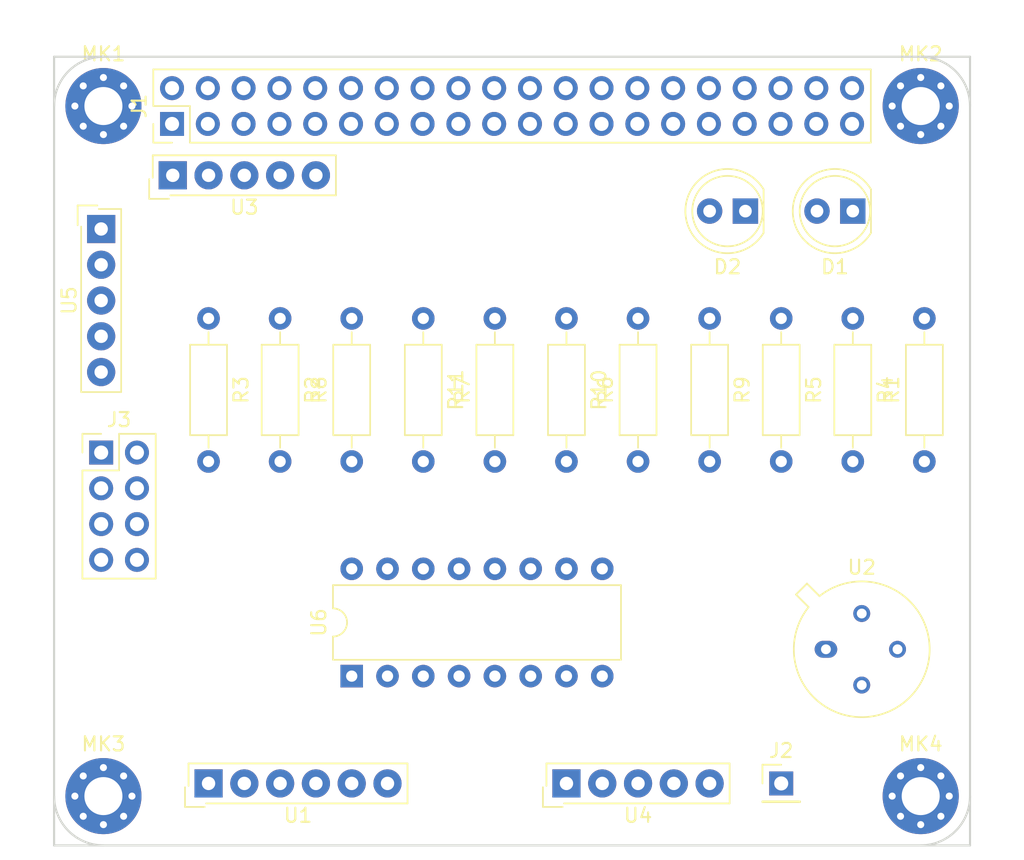
<source format=kicad_pcb>
(kicad_pcb (version 4) (host pcbnew 4.0.7-e2-6376~58~ubuntu16.04.1)

  (general
    (links 72)
    (no_connects 72)
    (area 0 0 0 0)
    (thickness 1.6)
    (drawings 8)
    (tracks 0)
    (zones 0)
    (modules 26)
    (nets 27)
  )

  (page A)
  (title_block
    (title "PiQMon Pi Sensor Hat")
    (date 2017-12-11)
  )

  (layers
    (0 F.Cu signal)
    (31 B.Cu signal)
    (32 B.Adhes user)
    (33 F.Adhes user)
    (34 B.Paste user)
    (35 F.Paste user)
    (36 B.SilkS user)
    (37 F.SilkS user)
    (38 B.Mask user)
    (39 F.Mask user)
    (40 Dwgs.User user)
    (41 Cmts.User user)
    (42 Eco1.User user)
    (43 Eco2.User user)
    (44 Edge.Cuts user)
    (45 Margin user)
    (46 B.CrtYd user)
    (47 F.CrtYd user)
    (48 B.Fab user)
    (49 F.Fab user)
  )

  (setup
    (last_trace_width 0.25)
    (trace_clearance 0.2)
    (zone_clearance 0.508)
    (zone_45_only no)
    (trace_min 0.2)
    (segment_width 0.2)
    (edge_width 0.15)
    (via_size 0.6)
    (via_drill 0.4)
    (via_min_size 0.4)
    (via_min_drill 0.3)
    (uvia_size 0.3)
    (uvia_drill 0.1)
    (uvias_allowed no)
    (uvia_min_size 0.2)
    (uvia_min_drill 0.1)
    (pcb_text_width 0.3)
    (pcb_text_size 1.5 1.5)
    (mod_edge_width 0.15)
    (mod_text_size 1 1)
    (mod_text_width 0.15)
    (pad_size 1.7 1.7)
    (pad_drill 1)
    (pad_to_mask_clearance 0.2)
    (aux_axis_origin 0 0)
    (visible_elements FFFFFF7F)
    (pcbplotparams
      (layerselection 0x00030_80000001)
      (usegerberextensions false)
      (excludeedgelayer true)
      (linewidth 0.100000)
      (plotframeref false)
      (viasonmask false)
      (mode 1)
      (useauxorigin false)
      (hpglpennumber 1)
      (hpglpenspeed 20)
      (hpglpendiameter 15)
      (hpglpenoverlay 2)
      (psnegative false)
      (psa4output false)
      (plotreference true)
      (plotvalue true)
      (plotinvisibletext false)
      (padsonsilk false)
      (subtractmaskfromsilk false)
      (outputformat 1)
      (mirror false)
      (drillshape 1)
      (scaleselection 1)
      (outputdirectory ""))
  )

  (net 0 "")
  (net 1 "Net-(D1-Pad1)")
  (net 2 "Net-(D1-Pad2)")
  (net 3 "Net-(D2-Pad1)")
  (net 4 "Net-(D2-Pad2)")
  (net 5 +3V3)
  (net 6 +5V)
  (net 7 SDA)
  (net 8 SCL)
  (net 9 GND)
  (net 10 PPS)
  (net 11 TXD)
  (net 12 RXD)
  (net 13 SCLK)
  (net 14 MOSI)
  (net 15 MISO)
  (net 16 CS_ADC)
  (net 17 "Net-(J2-Pad1)")
  (net 18 "Net-(J3-Pad4)")
  (net 19 "Net-(J3-Pad6)")
  (net 20 "Net-(J3-Pad8)")
  (net 21 TGS_OUT)
  (net 22 ADC8)
  (net 23 ADC7)
  (net 24 ADC6)
  (net 25 RED)
  (net 26 NOX)

  (net_class Default "This is the default net class."
    (clearance 0.2)
    (trace_width 0.25)
    (via_dia 0.6)
    (via_drill 0.4)
    (uvia_dia 0.3)
    (uvia_drill 0.1)
    (add_net +3V3)
    (add_net +5V)
    (add_net ADC6)
    (add_net ADC7)
    (add_net ADC8)
    (add_net CS_ADC)
    (add_net GND)
    (add_net MISO)
    (add_net MOSI)
    (add_net NOX)
    (add_net "Net-(D1-Pad1)")
    (add_net "Net-(D1-Pad2)")
    (add_net "Net-(D2-Pad1)")
    (add_net "Net-(D2-Pad2)")
    (add_net "Net-(J2-Pad1)")
    (add_net "Net-(J3-Pad4)")
    (add_net "Net-(J3-Pad6)")
    (add_net "Net-(J3-Pad8)")
    (add_net PPS)
    (add_net RED)
    (add_net RXD)
    (add_net SCL)
    (add_net SCLK)
    (add_net SDA)
    (add_net TGS_OUT)
    (add_net TXD)
  )

  (module LEDs:LED_D5.0mm (layer F.Cu) (tedit 5995936A) (tstamp 5A2F7ADD)
    (at 106.68 60.96 180)
    (descr "LED, diameter 5.0mm, 2 pins, http://cdn-reichelt.de/documents/datenblatt/A500/LL-504BC2E-009.pdf")
    (tags "LED diameter 5.0mm 2 pins")
    (path /59ADE21E)
    (fp_text reference D1 (at 1.27 -3.96 180) (layer F.SilkS)
      (effects (font (size 1 1) (thickness 0.15)))
    )
    (fp_text value LED (at 1.27 3.96 180) (layer F.Fab)
      (effects (font (size 1 1) (thickness 0.15)))
    )
    (fp_arc (start 1.27 0) (end -1.23 -1.469694) (angle 299.1) (layer F.Fab) (width 0.1))
    (fp_arc (start 1.27 0) (end -1.29 -1.54483) (angle 148.9) (layer F.SilkS) (width 0.12))
    (fp_arc (start 1.27 0) (end -1.29 1.54483) (angle -148.9) (layer F.SilkS) (width 0.12))
    (fp_circle (center 1.27 0) (end 3.77 0) (layer F.Fab) (width 0.1))
    (fp_circle (center 1.27 0) (end 3.77 0) (layer F.SilkS) (width 0.12))
    (fp_line (start -1.23 -1.469694) (end -1.23 1.469694) (layer F.Fab) (width 0.1))
    (fp_line (start -1.29 -1.545) (end -1.29 1.545) (layer F.SilkS) (width 0.12))
    (fp_line (start -1.95 -3.25) (end -1.95 3.25) (layer F.CrtYd) (width 0.05))
    (fp_line (start -1.95 3.25) (end 4.5 3.25) (layer F.CrtYd) (width 0.05))
    (fp_line (start 4.5 3.25) (end 4.5 -3.25) (layer F.CrtYd) (width 0.05))
    (fp_line (start 4.5 -3.25) (end -1.95 -3.25) (layer F.CrtYd) (width 0.05))
    (fp_text user %R (at 1.25 0 180) (layer F.Fab)
      (effects (font (size 0.8 0.8) (thickness 0.2)))
    )
    (pad 1 thru_hole rect (at 0 0 180) (size 1.8 1.8) (drill 0.9) (layers *.Cu *.Mask)
      (net 1 "Net-(D1-Pad1)"))
    (pad 2 thru_hole circle (at 2.54 0 180) (size 1.8 1.8) (drill 0.9) (layers *.Cu *.Mask)
      (net 2 "Net-(D1-Pad2)"))
    (model ${KISYS3DMOD}/LEDs.3dshapes/LED_D5.0mm.wrl
      (at (xyz 0 0 0))
      (scale (xyz 0.393701 0.393701 0.393701))
      (rotate (xyz 0 0 0))
    )
  )

  (module LEDs:LED_D5.0mm (layer F.Cu) (tedit 5995936A) (tstamp 5A2F7AE3)
    (at 99.06 60.96 180)
    (descr "LED, diameter 5.0mm, 2 pins, http://cdn-reichelt.de/documents/datenblatt/A500/LL-504BC2E-009.pdf")
    (tags "LED diameter 5.0mm 2 pins")
    (path /59ADE101)
    (fp_text reference D2 (at 1.27 -3.96 180) (layer F.SilkS)
      (effects (font (size 1 1) (thickness 0.15)))
    )
    (fp_text value LED (at 1.27 3.96 180) (layer F.Fab)
      (effects (font (size 1 1) (thickness 0.15)))
    )
    (fp_arc (start 1.27 0) (end -1.23 -1.469694) (angle 299.1) (layer F.Fab) (width 0.1))
    (fp_arc (start 1.27 0) (end -1.29 -1.54483) (angle 148.9) (layer F.SilkS) (width 0.12))
    (fp_arc (start 1.27 0) (end -1.29 1.54483) (angle -148.9) (layer F.SilkS) (width 0.12))
    (fp_circle (center 1.27 0) (end 3.77 0) (layer F.Fab) (width 0.1))
    (fp_circle (center 1.27 0) (end 3.77 0) (layer F.SilkS) (width 0.12))
    (fp_line (start -1.23 -1.469694) (end -1.23 1.469694) (layer F.Fab) (width 0.1))
    (fp_line (start -1.29 -1.545) (end -1.29 1.545) (layer F.SilkS) (width 0.12))
    (fp_line (start -1.95 -3.25) (end -1.95 3.25) (layer F.CrtYd) (width 0.05))
    (fp_line (start -1.95 3.25) (end 4.5 3.25) (layer F.CrtYd) (width 0.05))
    (fp_line (start 4.5 3.25) (end 4.5 -3.25) (layer F.CrtYd) (width 0.05))
    (fp_line (start 4.5 -3.25) (end -1.95 -3.25) (layer F.CrtYd) (width 0.05))
    (fp_text user %R (at 1.25 0 180) (layer F.Fab)
      (effects (font (size 0.8 0.8) (thickness 0.2)))
    )
    (pad 1 thru_hole rect (at 0 0 180) (size 1.8 1.8) (drill 0.9) (layers *.Cu *.Mask)
      (net 3 "Net-(D2-Pad1)"))
    (pad 2 thru_hole circle (at 2.54 0 180) (size 1.8 1.8) (drill 0.9) (layers *.Cu *.Mask)
      (net 4 "Net-(D2-Pad2)"))
    (model ${KISYS3DMOD}/LEDs.3dshapes/LED_D5.0mm.wrl
      (at (xyz 0 0 0))
      (scale (xyz 0.393701 0.393701 0.393701))
      (rotate (xyz 0 0 0))
    )
  )

  (module Pin_Headers:Pin_Header_Straight_2x20_Pitch2.54mm (layer F.Cu) (tedit 59650533) (tstamp 5A2F7B0F)
    (at 58.37 54.77 90)
    (descr "Through hole straight pin header, 2x20, 2.54mm pitch, double rows")
    (tags "Through hole pin header THT 2x20 2.54mm double row")
    (path /59ADDE56)
    (fp_text reference J1 (at 1.27 -2.33 90) (layer F.SilkS)
      (effects (font (size 1 1) (thickness 0.15)))
    )
    (fp_text value "RaspberryPi Header" (at 1.27 50.59 90) (layer F.Fab)
      (effects (font (size 1 1) (thickness 0.15)))
    )
    (fp_line (start 0 -1.27) (end 3.81 -1.27) (layer F.Fab) (width 0.1))
    (fp_line (start 3.81 -1.27) (end 3.81 49.53) (layer F.Fab) (width 0.1))
    (fp_line (start 3.81 49.53) (end -1.27 49.53) (layer F.Fab) (width 0.1))
    (fp_line (start -1.27 49.53) (end -1.27 0) (layer F.Fab) (width 0.1))
    (fp_line (start -1.27 0) (end 0 -1.27) (layer F.Fab) (width 0.1))
    (fp_line (start -1.33 49.59) (end 3.87 49.59) (layer F.SilkS) (width 0.12))
    (fp_line (start -1.33 1.27) (end -1.33 49.59) (layer F.SilkS) (width 0.12))
    (fp_line (start 3.87 -1.33) (end 3.87 49.59) (layer F.SilkS) (width 0.12))
    (fp_line (start -1.33 1.27) (end 1.27 1.27) (layer F.SilkS) (width 0.12))
    (fp_line (start 1.27 1.27) (end 1.27 -1.33) (layer F.SilkS) (width 0.12))
    (fp_line (start 1.27 -1.33) (end 3.87 -1.33) (layer F.SilkS) (width 0.12))
    (fp_line (start -1.33 0) (end -1.33 -1.33) (layer F.SilkS) (width 0.12))
    (fp_line (start -1.33 -1.33) (end 0 -1.33) (layer F.SilkS) (width 0.12))
    (fp_line (start -1.8 -1.8) (end -1.8 50.05) (layer F.CrtYd) (width 0.05))
    (fp_line (start -1.8 50.05) (end 4.35 50.05) (layer F.CrtYd) (width 0.05))
    (fp_line (start 4.35 50.05) (end 4.35 -1.8) (layer F.CrtYd) (width 0.05))
    (fp_line (start 4.35 -1.8) (end -1.8 -1.8) (layer F.CrtYd) (width 0.05))
    (fp_text user %R (at 1.27 24.13 180) (layer F.Fab)
      (effects (font (size 1 1) (thickness 0.15)))
    )
    (pad 1 thru_hole rect (at 0 0 90) (size 1.7 1.7) (drill 1) (layers *.Cu *.Mask)
      (net 5 +3V3))
    (pad 2 thru_hole oval (at 2.54 0 90) (size 1.7 1.7) (drill 1) (layers *.Cu *.Mask)
      (net 6 +5V))
    (pad 3 thru_hole oval (at 0 2.54 90) (size 1.7 1.7) (drill 1) (layers *.Cu *.Mask)
      (net 7 SDA))
    (pad 4 thru_hole oval (at 2.54 2.54 90) (size 1.7 1.7) (drill 1) (layers *.Cu *.Mask)
      (net 6 +5V))
    (pad 5 thru_hole oval (at 0 5.08 90) (size 1.7 1.7) (drill 1) (layers *.Cu *.Mask)
      (net 8 SCL))
    (pad 6 thru_hole oval (at 2.54 5.08 90) (size 1.7 1.7) (drill 1) (layers *.Cu *.Mask)
      (net 9 GND))
    (pad 7 thru_hole oval (at 0 7.62 90) (size 1.7 1.7) (drill 1) (layers *.Cu *.Mask)
      (net 10 PPS))
    (pad 8 thru_hole oval (at 2.54 7.62 90) (size 1.7 1.7) (drill 1) (layers *.Cu *.Mask)
      (net 11 TXD))
    (pad 9 thru_hole oval (at 0 10.16 90) (size 1.7 1.7) (drill 1) (layers *.Cu *.Mask)
      (net 9 GND))
    (pad 10 thru_hole oval (at 2.54 10.16 90) (size 1.7 1.7) (drill 1) (layers *.Cu *.Mask)
      (net 12 RXD))
    (pad 11 thru_hole oval (at 0 12.7 90) (size 1.7 1.7) (drill 1) (layers *.Cu *.Mask))
    (pad 12 thru_hole oval (at 2.54 12.7 90) (size 1.7 1.7) (drill 1) (layers *.Cu *.Mask)
      (net 13 SCLK))
    (pad 13 thru_hole oval (at 0 15.24 90) (size 1.7 1.7) (drill 1) (layers *.Cu *.Mask))
    (pad 14 thru_hole oval (at 2.54 15.24 90) (size 1.7 1.7) (drill 1) (layers *.Cu *.Mask)
      (net 9 GND))
    (pad 15 thru_hole oval (at 0 17.78 90) (size 1.7 1.7) (drill 1) (layers *.Cu *.Mask)
      (net 4 "Net-(D2-Pad2)"))
    (pad 16 thru_hole oval (at 2.54 17.78 90) (size 1.7 1.7) (drill 1) (layers *.Cu *.Mask)
      (net 14 MOSI))
    (pad 17 thru_hole oval (at 0 20.32 90) (size 1.7 1.7) (drill 1) (layers *.Cu *.Mask)
      (net 5 +3V3))
    (pad 18 thru_hole oval (at 2.54 20.32 90) (size 1.7 1.7) (drill 1) (layers *.Cu *.Mask)
      (net 15 MISO))
    (pad 19 thru_hole oval (at 0 22.86 90) (size 1.7 1.7) (drill 1) (layers *.Cu *.Mask)
      (net 2 "Net-(D1-Pad2)"))
    (pad 20 thru_hole oval (at 2.54 22.86 90) (size 1.7 1.7) (drill 1) (layers *.Cu *.Mask)
      (net 9 GND))
    (pad 21 thru_hole oval (at 0 25.4 90) (size 1.7 1.7) (drill 1) (layers *.Cu *.Mask))
    (pad 22 thru_hole oval (at 2.54 25.4 90) (size 1.7 1.7) (drill 1) (layers *.Cu *.Mask)
      (net 16 CS_ADC))
    (pad 23 thru_hole oval (at 0 27.94 90) (size 1.7 1.7) (drill 1) (layers *.Cu *.Mask))
    (pad 24 thru_hole oval (at 2.54 27.94 90) (size 1.7 1.7) (drill 1) (layers *.Cu *.Mask))
    (pad 25 thru_hole oval (at 0 30.48 90) (size 1.7 1.7) (drill 1) (layers *.Cu *.Mask)
      (net 9 GND))
    (pad 26 thru_hole oval (at 2.54 30.48 90) (size 1.7 1.7) (drill 1) (layers *.Cu *.Mask))
    (pad 27 thru_hole oval (at 0 33.02 90) (size 1.7 1.7) (drill 1) (layers *.Cu *.Mask))
    (pad 28 thru_hole oval (at 2.54 33.02 90) (size 1.7 1.7) (drill 1) (layers *.Cu *.Mask))
    (pad 29 thru_hole oval (at 0 35.56 90) (size 1.7 1.7) (drill 1) (layers *.Cu *.Mask))
    (pad 30 thru_hole oval (at 2.54 35.56 90) (size 1.7 1.7) (drill 1) (layers *.Cu *.Mask)
      (net 9 GND))
    (pad 31 thru_hole oval (at 0 38.1 90) (size 1.7 1.7) (drill 1) (layers *.Cu *.Mask))
    (pad 32 thru_hole oval (at 2.54 38.1 90) (size 1.7 1.7) (drill 1) (layers *.Cu *.Mask))
    (pad 33 thru_hole oval (at 0 40.64 90) (size 1.7 1.7) (drill 1) (layers *.Cu *.Mask))
    (pad 34 thru_hole oval (at 2.54 40.64 90) (size 1.7 1.7) (drill 1) (layers *.Cu *.Mask)
      (net 9 GND))
    (pad 35 thru_hole oval (at 0 43.18 90) (size 1.7 1.7) (drill 1) (layers *.Cu *.Mask))
    (pad 36 thru_hole oval (at 2.54 43.18 90) (size 1.7 1.7) (drill 1) (layers *.Cu *.Mask))
    (pad 37 thru_hole oval (at 0 45.72 90) (size 1.7 1.7) (drill 1) (layers *.Cu *.Mask))
    (pad 38 thru_hole oval (at 2.54 45.72 90) (size 1.7 1.7) (drill 1) (layers *.Cu *.Mask))
    (pad 39 thru_hole oval (at 0 48.26 90) (size 1.7 1.7) (drill 1) (layers *.Cu *.Mask)
      (net 9 GND))
    (pad 40 thru_hole oval (at 2.54 48.26 90) (size 1.7 1.7) (drill 1) (layers *.Cu *.Mask))
    (model ${KISYS3DMOD}/Pin_Headers.3dshapes/Pin_Header_Straight_2x20_Pitch2.54mm.wrl
      (at (xyz 0 0 0))
      (scale (xyz 1 1 1))
      (rotate (xyz 0 0 0))
    )
  )

  (module Pin_Headers:Pin_Header_Straight_1x01_Pitch2.54mm (layer F.Cu) (tedit 59650532) (tstamp 5A2F7B14)
    (at 101.6 101.6)
    (descr "Through hole straight pin header, 1x01, 2.54mm pitch, single row")
    (tags "Through hole pin header THT 1x01 2.54mm single row")
    (path /59D1BC9C)
    (fp_text reference J2 (at 0 -2.33) (layer F.SilkS)
      (effects (font (size 1 1) (thickness 0.15)))
    )
    (fp_text value NOX_PRE (at 0 2.33) (layer F.Fab)
      (effects (font (size 1 1) (thickness 0.15)))
    )
    (fp_line (start -0.635 -1.27) (end 1.27 -1.27) (layer F.Fab) (width 0.1))
    (fp_line (start 1.27 -1.27) (end 1.27 1.27) (layer F.Fab) (width 0.1))
    (fp_line (start 1.27 1.27) (end -1.27 1.27) (layer F.Fab) (width 0.1))
    (fp_line (start -1.27 1.27) (end -1.27 -0.635) (layer F.Fab) (width 0.1))
    (fp_line (start -1.27 -0.635) (end -0.635 -1.27) (layer F.Fab) (width 0.1))
    (fp_line (start -1.33 1.33) (end 1.33 1.33) (layer F.SilkS) (width 0.12))
    (fp_line (start -1.33 1.27) (end -1.33 1.33) (layer F.SilkS) (width 0.12))
    (fp_line (start 1.33 1.27) (end 1.33 1.33) (layer F.SilkS) (width 0.12))
    (fp_line (start -1.33 1.27) (end 1.33 1.27) (layer F.SilkS) (width 0.12))
    (fp_line (start -1.33 0) (end -1.33 -1.33) (layer F.SilkS) (width 0.12))
    (fp_line (start -1.33 -1.33) (end 0 -1.33) (layer F.SilkS) (width 0.12))
    (fp_line (start -1.8 -1.8) (end -1.8 1.8) (layer F.CrtYd) (width 0.05))
    (fp_line (start -1.8 1.8) (end 1.8 1.8) (layer F.CrtYd) (width 0.05))
    (fp_line (start 1.8 1.8) (end 1.8 -1.8) (layer F.CrtYd) (width 0.05))
    (fp_line (start 1.8 -1.8) (end -1.8 -1.8) (layer F.CrtYd) (width 0.05))
    (fp_text user %R (at 0 0 90) (layer F.Fab)
      (effects (font (size 1 1) (thickness 0.15)))
    )
    (pad 1 thru_hole rect (at 0 0) (size 1.7 1.7) (drill 1) (layers *.Cu *.Mask)
      (net 17 "Net-(J2-Pad1)"))
    (model ${KISYS3DMOD}/Pin_Headers.3dshapes/Pin_Header_Straight_1x01_Pitch2.54mm.wrl
      (at (xyz 0 0 0))
      (scale (xyz 1 1 1))
      (rotate (xyz 0 0 0))
    )
  )

  (module Pin_Headers:Pin_Header_Straight_2x04_Pitch2.54mm (layer F.Cu) (tedit 59650532) (tstamp 5A2F7B20)
    (at 53.34 78.105)
    (descr "Through hole straight pin header, 2x04, 2.54mm pitch, double rows")
    (tags "Through hole pin header THT 2x04 2.54mm double row")
    (path /59ADE9FB)
    (fp_text reference J3 (at 1.27 -2.33) (layer F.SilkS)
      (effects (font (size 1 1) (thickness 0.15)))
    )
    (fp_text value "ADC Header" (at 1.27 9.95) (layer F.Fab)
      (effects (font (size 1 1) (thickness 0.15)))
    )
    (fp_line (start 0 -1.27) (end 3.81 -1.27) (layer F.Fab) (width 0.1))
    (fp_line (start 3.81 -1.27) (end 3.81 8.89) (layer F.Fab) (width 0.1))
    (fp_line (start 3.81 8.89) (end -1.27 8.89) (layer F.Fab) (width 0.1))
    (fp_line (start -1.27 8.89) (end -1.27 0) (layer F.Fab) (width 0.1))
    (fp_line (start -1.27 0) (end 0 -1.27) (layer F.Fab) (width 0.1))
    (fp_line (start -1.33 8.95) (end 3.87 8.95) (layer F.SilkS) (width 0.12))
    (fp_line (start -1.33 1.27) (end -1.33 8.95) (layer F.SilkS) (width 0.12))
    (fp_line (start 3.87 -1.33) (end 3.87 8.95) (layer F.SilkS) (width 0.12))
    (fp_line (start -1.33 1.27) (end 1.27 1.27) (layer F.SilkS) (width 0.12))
    (fp_line (start 1.27 1.27) (end 1.27 -1.33) (layer F.SilkS) (width 0.12))
    (fp_line (start 1.27 -1.33) (end 3.87 -1.33) (layer F.SilkS) (width 0.12))
    (fp_line (start -1.33 0) (end -1.33 -1.33) (layer F.SilkS) (width 0.12))
    (fp_line (start -1.33 -1.33) (end 0 -1.33) (layer F.SilkS) (width 0.12))
    (fp_line (start -1.8 -1.8) (end -1.8 9.4) (layer F.CrtYd) (width 0.05))
    (fp_line (start -1.8 9.4) (end 4.35 9.4) (layer F.CrtYd) (width 0.05))
    (fp_line (start 4.35 9.4) (end 4.35 -1.8) (layer F.CrtYd) (width 0.05))
    (fp_line (start 4.35 -1.8) (end -1.8 -1.8) (layer F.CrtYd) (width 0.05))
    (fp_text user %R (at 1.27 3.81 90) (layer F.Fab)
      (effects (font (size 1 1) (thickness 0.15)))
    )
    (pad 1 thru_hole rect (at 0 0) (size 1.7 1.7) (drill 1) (layers *.Cu *.Mask)
      (net 6 +5V))
    (pad 2 thru_hole oval (at 2.54 0) (size 1.7 1.7) (drill 1) (layers *.Cu *.Mask)
      (net 5 +3V3))
    (pad 3 thru_hole oval (at 0 2.54) (size 1.7 1.7) (drill 1) (layers *.Cu *.Mask)
      (net 9 GND))
    (pad 4 thru_hole oval (at 2.54 2.54) (size 1.7 1.7) (drill 1) (layers *.Cu *.Mask)
      (net 18 "Net-(J3-Pad4)"))
    (pad 5 thru_hole oval (at 0 5.08) (size 1.7 1.7) (drill 1) (layers *.Cu *.Mask)
      (net 9 GND))
    (pad 6 thru_hole oval (at 2.54 5.08) (size 1.7 1.7) (drill 1) (layers *.Cu *.Mask)
      (net 19 "Net-(J3-Pad6)"))
    (pad 7 thru_hole oval (at 0 7.62) (size 1.7 1.7) (drill 1) (layers *.Cu *.Mask)
      (net 9 GND))
    (pad 8 thru_hole oval (at 2.54 7.62) (size 1.7 1.7) (drill 1) (layers *.Cu *.Mask)
      (net 20 "Net-(J3-Pad8)"))
    (model ${KISYS3DMOD}/Pin_Headers.3dshapes/Pin_Header_Straight_2x04_Pitch2.54mm.wrl
      (at (xyz 0 0 0))
      (scale (xyz 1 1 1))
      (rotate (xyz 0 0 0))
    )
  )

  (module Mounting_Holes:MountingHole_2.7mm_M2.5_Pad_Via (layer F.Cu) (tedit 56DDBBFF) (tstamp 5A2F7B2D)
    (at 53.5 53.5)
    (descr "Mounting Hole 2.7mm")
    (tags "mounting hole 2.7mm")
    (path /5A2FE12A)
    (attr virtual)
    (fp_text reference MK1 (at 0 -3.7) (layer F.SilkS)
      (effects (font (size 1 1) (thickness 0.15)))
    )
    (fp_text value Mounting_Hole_PAD (at 0 3.7) (layer F.Fab)
      (effects (font (size 1 1) (thickness 0.15)))
    )
    (fp_text user %R (at 0.3 0) (layer F.Fab)
      (effects (font (size 1 1) (thickness 0.15)))
    )
    (fp_circle (center 0 0) (end 2.7 0) (layer Cmts.User) (width 0.15))
    (fp_circle (center 0 0) (end 2.95 0) (layer F.CrtYd) (width 0.05))
    (pad 1 thru_hole circle (at 0 0) (size 5.4 5.4) (drill 2.7) (layers *.Cu *.Mask)
      (net 9 GND))
    (pad "" thru_hole circle (at 2.025 0) (size 0.8 0.8) (drill 0.5) (layers *.Cu *.Mask))
    (pad "" thru_hole circle (at 1.431891 1.431891) (size 0.8 0.8) (drill 0.5) (layers *.Cu *.Mask))
    (pad "" thru_hole circle (at 0 2.025) (size 0.8 0.8) (drill 0.5) (layers *.Cu *.Mask))
    (pad "" thru_hole circle (at -1.431891 1.431891) (size 0.8 0.8) (drill 0.5) (layers *.Cu *.Mask))
    (pad "" thru_hole circle (at -2.025 0) (size 0.8 0.8) (drill 0.5) (layers *.Cu *.Mask))
    (pad "" thru_hole circle (at -1.431891 -1.431891) (size 0.8 0.8) (drill 0.5) (layers *.Cu *.Mask))
    (pad "" thru_hole circle (at 0 -2.025) (size 0.8 0.8) (drill 0.5) (layers *.Cu *.Mask))
    (pad "" thru_hole circle (at 1.431891 -1.431891) (size 0.8 0.8) (drill 0.5) (layers *.Cu *.Mask))
  )

  (module Mounting_Holes:MountingHole_2.7mm_M2.5_Pad_Via (layer F.Cu) (tedit 56DDBBFF) (tstamp 5A2F7B3A)
    (at 111.5 53.5)
    (descr "Mounting Hole 2.7mm")
    (tags "mounting hole 2.7mm")
    (path /5A2FE2F1)
    (attr virtual)
    (fp_text reference MK2 (at 0 -3.7) (layer F.SilkS)
      (effects (font (size 1 1) (thickness 0.15)))
    )
    (fp_text value Mounting_Hole_PAD (at 0 3.7) (layer F.Fab)
      (effects (font (size 1 1) (thickness 0.15)))
    )
    (fp_text user %R (at 0.3 0) (layer F.Fab)
      (effects (font (size 1 1) (thickness 0.15)))
    )
    (fp_circle (center 0 0) (end 2.7 0) (layer Cmts.User) (width 0.15))
    (fp_circle (center 0 0) (end 2.95 0) (layer F.CrtYd) (width 0.05))
    (pad 1 thru_hole circle (at 0 0) (size 5.4 5.4) (drill 2.7) (layers *.Cu *.Mask)
      (net 9 GND))
    (pad "" thru_hole circle (at 2.025 0) (size 0.8 0.8) (drill 0.5) (layers *.Cu *.Mask))
    (pad "" thru_hole circle (at 1.431891 1.431891) (size 0.8 0.8) (drill 0.5) (layers *.Cu *.Mask))
    (pad "" thru_hole circle (at 0 2.025) (size 0.8 0.8) (drill 0.5) (layers *.Cu *.Mask))
    (pad "" thru_hole circle (at -1.431891 1.431891) (size 0.8 0.8) (drill 0.5) (layers *.Cu *.Mask))
    (pad "" thru_hole circle (at -2.025 0) (size 0.8 0.8) (drill 0.5) (layers *.Cu *.Mask))
    (pad "" thru_hole circle (at -1.431891 -1.431891) (size 0.8 0.8) (drill 0.5) (layers *.Cu *.Mask))
    (pad "" thru_hole circle (at 0 -2.025) (size 0.8 0.8) (drill 0.5) (layers *.Cu *.Mask))
    (pad "" thru_hole circle (at 1.431891 -1.431891) (size 0.8 0.8) (drill 0.5) (layers *.Cu *.Mask))
  )

  (module Mounting_Holes:MountingHole_2.7mm_M2.5_Pad_Via (layer F.Cu) (tedit 56DDBBFF) (tstamp 5A2F7B47)
    (at 53.5 102.5)
    (descr "Mounting Hole 2.7mm")
    (tags "mounting hole 2.7mm")
    (path /5A2FE26F)
    (attr virtual)
    (fp_text reference MK3 (at 0 -3.7) (layer F.SilkS)
      (effects (font (size 1 1) (thickness 0.15)))
    )
    (fp_text value Mounting_Hole_PAD (at 0 3.7) (layer F.Fab)
      (effects (font (size 1 1) (thickness 0.15)))
    )
    (fp_text user %R (at 0.3 0) (layer F.Fab)
      (effects (font (size 1 1) (thickness 0.15)))
    )
    (fp_circle (center 0 0) (end 2.7 0) (layer Cmts.User) (width 0.15))
    (fp_circle (center 0 0) (end 2.95 0) (layer F.CrtYd) (width 0.05))
    (pad 1 thru_hole circle (at 0 0) (size 5.4 5.4) (drill 2.7) (layers *.Cu *.Mask)
      (net 9 GND))
    (pad "" thru_hole circle (at 2.025 0) (size 0.8 0.8) (drill 0.5) (layers *.Cu *.Mask))
    (pad "" thru_hole circle (at 1.431891 1.431891) (size 0.8 0.8) (drill 0.5) (layers *.Cu *.Mask))
    (pad "" thru_hole circle (at 0 2.025) (size 0.8 0.8) (drill 0.5) (layers *.Cu *.Mask))
    (pad "" thru_hole circle (at -1.431891 1.431891) (size 0.8 0.8) (drill 0.5) (layers *.Cu *.Mask))
    (pad "" thru_hole circle (at -2.025 0) (size 0.8 0.8) (drill 0.5) (layers *.Cu *.Mask))
    (pad "" thru_hole circle (at -1.431891 -1.431891) (size 0.8 0.8) (drill 0.5) (layers *.Cu *.Mask))
    (pad "" thru_hole circle (at 0 -2.025) (size 0.8 0.8) (drill 0.5) (layers *.Cu *.Mask))
    (pad "" thru_hole circle (at 1.431891 -1.431891) (size 0.8 0.8) (drill 0.5) (layers *.Cu *.Mask))
  )

  (module Mounting_Holes:MountingHole_2.7mm_M2.5_Pad_Via (layer F.Cu) (tedit 56DDBBFF) (tstamp 5A2F7B54)
    (at 111.5 102.5)
    (descr "Mounting Hole 2.7mm")
    (tags "mounting hole 2.7mm")
    (path /5A2FE362)
    (attr virtual)
    (fp_text reference MK4 (at 0 -3.7) (layer F.SilkS)
      (effects (font (size 1 1) (thickness 0.15)))
    )
    (fp_text value Mounting_Hole_PAD (at 0 3.7) (layer F.Fab)
      (effects (font (size 1 1) (thickness 0.15)))
    )
    (fp_text user %R (at 0.3 0) (layer F.Fab)
      (effects (font (size 1 1) (thickness 0.15)))
    )
    (fp_circle (center 0 0) (end 2.7 0) (layer Cmts.User) (width 0.15))
    (fp_circle (center 0 0) (end 2.95 0) (layer F.CrtYd) (width 0.05))
    (pad 1 thru_hole circle (at 0 0) (size 5.4 5.4) (drill 2.7) (layers *.Cu *.Mask)
      (net 9 GND))
    (pad "" thru_hole circle (at 2.025 0) (size 0.8 0.8) (drill 0.5) (layers *.Cu *.Mask))
    (pad "" thru_hole circle (at 1.431891 1.431891) (size 0.8 0.8) (drill 0.5) (layers *.Cu *.Mask))
    (pad "" thru_hole circle (at 0 2.025) (size 0.8 0.8) (drill 0.5) (layers *.Cu *.Mask))
    (pad "" thru_hole circle (at -1.431891 1.431891) (size 0.8 0.8) (drill 0.5) (layers *.Cu *.Mask))
    (pad "" thru_hole circle (at -2.025 0) (size 0.8 0.8) (drill 0.5) (layers *.Cu *.Mask))
    (pad "" thru_hole circle (at -1.431891 -1.431891) (size 0.8 0.8) (drill 0.5) (layers *.Cu *.Mask))
    (pad "" thru_hole circle (at 0 -2.025) (size 0.8 0.8) (drill 0.5) (layers *.Cu *.Mask))
    (pad "" thru_hole circle (at 1.431891 -1.431891) (size 0.8 0.8) (drill 0.5) (layers *.Cu *.Mask))
  )

  (module Resistors_THT:R_Axial_DIN0207_L6.3mm_D2.5mm_P10.16mm_Horizontal (layer F.Cu) (tedit 5874F706) (tstamp 5A2F7B5A)
    (at 111.76 78.74 90)
    (descr "Resistor, Axial_DIN0207 series, Axial, Horizontal, pin pitch=10.16mm, 0.25W = 1/4W, length*diameter=6.3*2.5mm^2, http://cdn-reichelt.de/documents/datenblatt/B400/1_4W%23YAG.pdf")
    (tags "Resistor Axial_DIN0207 series Axial Horizontal pin pitch 10.16mm 0.25W = 1/4W length 6.3mm diameter 2.5mm")
    (path /59AE241C)
    (fp_text reference R1 (at 5.08 -2.31 90) (layer F.SilkS)
      (effects (font (size 1 1) (thickness 0.15)))
    )
    (fp_text value 22k (at 5.08 2.31 90) (layer F.Fab)
      (effects (font (size 1 1) (thickness 0.15)))
    )
    (fp_line (start 1.93 -1.25) (end 1.93 1.25) (layer F.Fab) (width 0.1))
    (fp_line (start 1.93 1.25) (end 8.23 1.25) (layer F.Fab) (width 0.1))
    (fp_line (start 8.23 1.25) (end 8.23 -1.25) (layer F.Fab) (width 0.1))
    (fp_line (start 8.23 -1.25) (end 1.93 -1.25) (layer F.Fab) (width 0.1))
    (fp_line (start 0 0) (end 1.93 0) (layer F.Fab) (width 0.1))
    (fp_line (start 10.16 0) (end 8.23 0) (layer F.Fab) (width 0.1))
    (fp_line (start 1.87 -1.31) (end 1.87 1.31) (layer F.SilkS) (width 0.12))
    (fp_line (start 1.87 1.31) (end 8.29 1.31) (layer F.SilkS) (width 0.12))
    (fp_line (start 8.29 1.31) (end 8.29 -1.31) (layer F.SilkS) (width 0.12))
    (fp_line (start 8.29 -1.31) (end 1.87 -1.31) (layer F.SilkS) (width 0.12))
    (fp_line (start 0.98 0) (end 1.87 0) (layer F.SilkS) (width 0.12))
    (fp_line (start 9.18 0) (end 8.29 0) (layer F.SilkS) (width 0.12))
    (fp_line (start -1.05 -1.6) (end -1.05 1.6) (layer F.CrtYd) (width 0.05))
    (fp_line (start -1.05 1.6) (end 11.25 1.6) (layer F.CrtYd) (width 0.05))
    (fp_line (start 11.25 1.6) (end 11.25 -1.6) (layer F.CrtYd) (width 0.05))
    (fp_line (start 11.25 -1.6) (end -1.05 -1.6) (layer F.CrtYd) (width 0.05))
    (pad 1 thru_hole circle (at 0 0 90) (size 1.6 1.6) (drill 0.8) (layers *.Cu *.Mask)
      (net 21 TGS_OUT))
    (pad 2 thru_hole oval (at 10.16 0 90) (size 1.6 1.6) (drill 0.8) (layers *.Cu *.Mask)
      (net 9 GND))
    (model ${KISYS3DMOD}/Resistors_THT.3dshapes/R_Axial_DIN0207_L6.3mm_D2.5mm_P10.16mm_Horizontal.wrl
      (at (xyz 0 0 0))
      (scale (xyz 0.393701 0.393701 0.393701))
      (rotate (xyz 0 0 0))
    )
  )

  (module Resistors_THT:R_Axial_DIN0207_L6.3mm_D2.5mm_P10.16mm_Horizontal (layer F.Cu) (tedit 5874F706) (tstamp 5A2F7B60)
    (at 66.04 68.58 270)
    (descr "Resistor, Axial_DIN0207 series, Axial, Horizontal, pin pitch=10.16mm, 0.25W = 1/4W, length*diameter=6.3*2.5mm^2, http://cdn-reichelt.de/documents/datenblatt/B400/1_4W%23YAG.pdf")
    (tags "Resistor Axial_DIN0207 series Axial Horizontal pin pitch 10.16mm 0.25W = 1/4W length 6.3mm diameter 2.5mm")
    (path /59D5D5CB)
    (fp_text reference R2 (at 5.08 -2.31 270) (layer F.SilkS)
      (effects (font (size 1 1) (thickness 0.15)))
    )
    (fp_text value 10k (at 5.08 2.31 270) (layer F.Fab)
      (effects (font (size 1 1) (thickness 0.15)))
    )
    (fp_line (start 1.93 -1.25) (end 1.93 1.25) (layer F.Fab) (width 0.1))
    (fp_line (start 1.93 1.25) (end 8.23 1.25) (layer F.Fab) (width 0.1))
    (fp_line (start 8.23 1.25) (end 8.23 -1.25) (layer F.Fab) (width 0.1))
    (fp_line (start 8.23 -1.25) (end 1.93 -1.25) (layer F.Fab) (width 0.1))
    (fp_line (start 0 0) (end 1.93 0) (layer F.Fab) (width 0.1))
    (fp_line (start 10.16 0) (end 8.23 0) (layer F.Fab) (width 0.1))
    (fp_line (start 1.87 -1.31) (end 1.87 1.31) (layer F.SilkS) (width 0.12))
    (fp_line (start 1.87 1.31) (end 8.29 1.31) (layer F.SilkS) (width 0.12))
    (fp_line (start 8.29 1.31) (end 8.29 -1.31) (layer F.SilkS) (width 0.12))
    (fp_line (start 8.29 -1.31) (end 1.87 -1.31) (layer F.SilkS) (width 0.12))
    (fp_line (start 0.98 0) (end 1.87 0) (layer F.SilkS) (width 0.12))
    (fp_line (start 9.18 0) (end 8.29 0) (layer F.SilkS) (width 0.12))
    (fp_line (start -1.05 -1.6) (end -1.05 1.6) (layer F.CrtYd) (width 0.05))
    (fp_line (start -1.05 1.6) (end 11.25 1.6) (layer F.CrtYd) (width 0.05))
    (fp_line (start 11.25 1.6) (end 11.25 -1.6) (layer F.CrtYd) (width 0.05))
    (fp_line (start 11.25 -1.6) (end -1.05 -1.6) (layer F.CrtYd) (width 0.05))
    (pad 1 thru_hole circle (at 0 0 270) (size 1.6 1.6) (drill 0.8) (layers *.Cu *.Mask)
      (net 8 SCL))
    (pad 2 thru_hole oval (at 10.16 0 270) (size 1.6 1.6) (drill 0.8) (layers *.Cu *.Mask)
      (net 5 +3V3))
    (model ${KISYS3DMOD}/Resistors_THT.3dshapes/R_Axial_DIN0207_L6.3mm_D2.5mm_P10.16mm_Horizontal.wrl
      (at (xyz 0 0 0))
      (scale (xyz 0.393701 0.393701 0.393701))
      (rotate (xyz 0 0 0))
    )
  )

  (module Resistors_THT:R_Axial_DIN0207_L6.3mm_D2.5mm_P10.16mm_Horizontal (layer F.Cu) (tedit 5874F706) (tstamp 5A2F7B66)
    (at 60.96 68.58 270)
    (descr "Resistor, Axial_DIN0207 series, Axial, Horizontal, pin pitch=10.16mm, 0.25W = 1/4W, length*diameter=6.3*2.5mm^2, http://cdn-reichelt.de/documents/datenblatt/B400/1_4W%23YAG.pdf")
    (tags "Resistor Axial_DIN0207 series Axial Horizontal pin pitch 10.16mm 0.25W = 1/4W length 6.3mm diameter 2.5mm")
    (path /59D5D8C1)
    (fp_text reference R3 (at 5.08 -2.31 270) (layer F.SilkS)
      (effects (font (size 1 1) (thickness 0.15)))
    )
    (fp_text value 10k (at 5.08 2.31 270) (layer F.Fab)
      (effects (font (size 1 1) (thickness 0.15)))
    )
    (fp_line (start 1.93 -1.25) (end 1.93 1.25) (layer F.Fab) (width 0.1))
    (fp_line (start 1.93 1.25) (end 8.23 1.25) (layer F.Fab) (width 0.1))
    (fp_line (start 8.23 1.25) (end 8.23 -1.25) (layer F.Fab) (width 0.1))
    (fp_line (start 8.23 -1.25) (end 1.93 -1.25) (layer F.Fab) (width 0.1))
    (fp_line (start 0 0) (end 1.93 0) (layer F.Fab) (width 0.1))
    (fp_line (start 10.16 0) (end 8.23 0) (layer F.Fab) (width 0.1))
    (fp_line (start 1.87 -1.31) (end 1.87 1.31) (layer F.SilkS) (width 0.12))
    (fp_line (start 1.87 1.31) (end 8.29 1.31) (layer F.SilkS) (width 0.12))
    (fp_line (start 8.29 1.31) (end 8.29 -1.31) (layer F.SilkS) (width 0.12))
    (fp_line (start 8.29 -1.31) (end 1.87 -1.31) (layer F.SilkS) (width 0.12))
    (fp_line (start 0.98 0) (end 1.87 0) (layer F.SilkS) (width 0.12))
    (fp_line (start 9.18 0) (end 8.29 0) (layer F.SilkS) (width 0.12))
    (fp_line (start -1.05 -1.6) (end -1.05 1.6) (layer F.CrtYd) (width 0.05))
    (fp_line (start -1.05 1.6) (end 11.25 1.6) (layer F.CrtYd) (width 0.05))
    (fp_line (start 11.25 1.6) (end 11.25 -1.6) (layer F.CrtYd) (width 0.05))
    (fp_line (start 11.25 -1.6) (end -1.05 -1.6) (layer F.CrtYd) (width 0.05))
    (pad 1 thru_hole circle (at 0 0 270) (size 1.6 1.6) (drill 0.8) (layers *.Cu *.Mask)
      (net 7 SDA))
    (pad 2 thru_hole oval (at 10.16 0 270) (size 1.6 1.6) (drill 0.8) (layers *.Cu *.Mask)
      (net 5 +3V3))
    (model ${KISYS3DMOD}/Resistors_THT.3dshapes/R_Axial_DIN0207_L6.3mm_D2.5mm_P10.16mm_Horizontal.wrl
      (at (xyz 0 0 0))
      (scale (xyz 0.393701 0.393701 0.393701))
      (rotate (xyz 0 0 0))
    )
  )

  (module Resistors_THT:R_Axial_DIN0207_L6.3mm_D2.5mm_P10.16mm_Horizontal (layer F.Cu) (tedit 5874F706) (tstamp 5A2F7B6C)
    (at 106.68 68.58 270)
    (descr "Resistor, Axial_DIN0207 series, Axial, Horizontal, pin pitch=10.16mm, 0.25W = 1/4W, length*diameter=6.3*2.5mm^2, http://cdn-reichelt.de/documents/datenblatt/B400/1_4W%23YAG.pdf")
    (tags "Resistor Axial_DIN0207 series Axial Horizontal pin pitch 10.16mm 0.25W = 1/4W length 6.3mm diameter 2.5mm")
    (path /59ADE2A8)
    (fp_text reference R4 (at 5.08 -2.31 270) (layer F.SilkS)
      (effects (font (size 1 1) (thickness 0.15)))
    )
    (fp_text value 130 (at 5.08 2.31 270) (layer F.Fab)
      (effects (font (size 1 1) (thickness 0.15)))
    )
    (fp_line (start 1.93 -1.25) (end 1.93 1.25) (layer F.Fab) (width 0.1))
    (fp_line (start 1.93 1.25) (end 8.23 1.25) (layer F.Fab) (width 0.1))
    (fp_line (start 8.23 1.25) (end 8.23 -1.25) (layer F.Fab) (width 0.1))
    (fp_line (start 8.23 -1.25) (end 1.93 -1.25) (layer F.Fab) (width 0.1))
    (fp_line (start 0 0) (end 1.93 0) (layer F.Fab) (width 0.1))
    (fp_line (start 10.16 0) (end 8.23 0) (layer F.Fab) (width 0.1))
    (fp_line (start 1.87 -1.31) (end 1.87 1.31) (layer F.SilkS) (width 0.12))
    (fp_line (start 1.87 1.31) (end 8.29 1.31) (layer F.SilkS) (width 0.12))
    (fp_line (start 8.29 1.31) (end 8.29 -1.31) (layer F.SilkS) (width 0.12))
    (fp_line (start 8.29 -1.31) (end 1.87 -1.31) (layer F.SilkS) (width 0.12))
    (fp_line (start 0.98 0) (end 1.87 0) (layer F.SilkS) (width 0.12))
    (fp_line (start 9.18 0) (end 8.29 0) (layer F.SilkS) (width 0.12))
    (fp_line (start -1.05 -1.6) (end -1.05 1.6) (layer F.CrtYd) (width 0.05))
    (fp_line (start -1.05 1.6) (end 11.25 1.6) (layer F.CrtYd) (width 0.05))
    (fp_line (start 11.25 1.6) (end 11.25 -1.6) (layer F.CrtYd) (width 0.05))
    (fp_line (start 11.25 -1.6) (end -1.05 -1.6) (layer F.CrtYd) (width 0.05))
    (pad 1 thru_hole circle (at 0 0 270) (size 1.6 1.6) (drill 0.8) (layers *.Cu *.Mask)
      (net 1 "Net-(D1-Pad1)"))
    (pad 2 thru_hole oval (at 10.16 0 270) (size 1.6 1.6) (drill 0.8) (layers *.Cu *.Mask)
      (net 9 GND))
    (model ${KISYS3DMOD}/Resistors_THT.3dshapes/R_Axial_DIN0207_L6.3mm_D2.5mm_P10.16mm_Horizontal.wrl
      (at (xyz 0 0 0))
      (scale (xyz 0.393701 0.393701 0.393701))
      (rotate (xyz 0 0 0))
    )
  )

  (module Resistors_THT:R_Axial_DIN0207_L6.3mm_D2.5mm_P10.16mm_Horizontal (layer F.Cu) (tedit 5874F706) (tstamp 5A2F7B72)
    (at 101.6 68.58 270)
    (descr "Resistor, Axial_DIN0207 series, Axial, Horizontal, pin pitch=10.16mm, 0.25W = 1/4W, length*diameter=6.3*2.5mm^2, http://cdn-reichelt.de/documents/datenblatt/B400/1_4W%23YAG.pdf")
    (tags "Resistor Axial_DIN0207 series Axial Horizontal pin pitch 10.16mm 0.25W = 1/4W length 6.3mm diameter 2.5mm")
    (path /59ADE257)
    (fp_text reference R5 (at 5.08 -2.31 270) (layer F.SilkS)
      (effects (font (size 1 1) (thickness 0.15)))
    )
    (fp_text value 130 (at 5.08 2.31 270) (layer F.Fab)
      (effects (font (size 1 1) (thickness 0.15)))
    )
    (fp_line (start 1.93 -1.25) (end 1.93 1.25) (layer F.Fab) (width 0.1))
    (fp_line (start 1.93 1.25) (end 8.23 1.25) (layer F.Fab) (width 0.1))
    (fp_line (start 8.23 1.25) (end 8.23 -1.25) (layer F.Fab) (width 0.1))
    (fp_line (start 8.23 -1.25) (end 1.93 -1.25) (layer F.Fab) (width 0.1))
    (fp_line (start 0 0) (end 1.93 0) (layer F.Fab) (width 0.1))
    (fp_line (start 10.16 0) (end 8.23 0) (layer F.Fab) (width 0.1))
    (fp_line (start 1.87 -1.31) (end 1.87 1.31) (layer F.SilkS) (width 0.12))
    (fp_line (start 1.87 1.31) (end 8.29 1.31) (layer F.SilkS) (width 0.12))
    (fp_line (start 8.29 1.31) (end 8.29 -1.31) (layer F.SilkS) (width 0.12))
    (fp_line (start 8.29 -1.31) (end 1.87 -1.31) (layer F.SilkS) (width 0.12))
    (fp_line (start 0.98 0) (end 1.87 0) (layer F.SilkS) (width 0.12))
    (fp_line (start 9.18 0) (end 8.29 0) (layer F.SilkS) (width 0.12))
    (fp_line (start -1.05 -1.6) (end -1.05 1.6) (layer F.CrtYd) (width 0.05))
    (fp_line (start -1.05 1.6) (end 11.25 1.6) (layer F.CrtYd) (width 0.05))
    (fp_line (start 11.25 1.6) (end 11.25 -1.6) (layer F.CrtYd) (width 0.05))
    (fp_line (start 11.25 -1.6) (end -1.05 -1.6) (layer F.CrtYd) (width 0.05))
    (pad 1 thru_hole circle (at 0 0 270) (size 1.6 1.6) (drill 0.8) (layers *.Cu *.Mask)
      (net 3 "Net-(D2-Pad1)"))
    (pad 2 thru_hole oval (at 10.16 0 270) (size 1.6 1.6) (drill 0.8) (layers *.Cu *.Mask)
      (net 9 GND))
    (model ${KISYS3DMOD}/Resistors_THT.3dshapes/R_Axial_DIN0207_L6.3mm_D2.5mm_P10.16mm_Horizontal.wrl
      (at (xyz 0 0 0))
      (scale (xyz 0.393701 0.393701 0.393701))
      (rotate (xyz 0 0 0))
    )
  )

  (module Resistors_THT:R_Axial_DIN0207_L6.3mm_D2.5mm_P10.16mm_Horizontal (layer F.Cu) (tedit 5874F706) (tstamp 5A2F7B78)
    (at 91.44 78.74 90)
    (descr "Resistor, Axial_DIN0207 series, Axial, Horizontal, pin pitch=10.16mm, 0.25W = 1/4W, length*diameter=6.3*2.5mm^2, http://cdn-reichelt.de/documents/datenblatt/B400/1_4W%23YAG.pdf")
    (tags "Resistor Axial_DIN0207 series Axial Horizontal pin pitch 10.16mm 0.25W = 1/4W length 6.3mm diameter 2.5mm")
    (path /59ADECA7)
    (fp_text reference R6 (at 5.08 -2.31 90) (layer F.SilkS)
      (effects (font (size 1 1) (thickness 0.15)))
    )
    (fp_text value "10k 1%" (at 5.08 2.31 90) (layer F.Fab)
      (effects (font (size 1 1) (thickness 0.15)))
    )
    (fp_line (start 1.93 -1.25) (end 1.93 1.25) (layer F.Fab) (width 0.1))
    (fp_line (start 1.93 1.25) (end 8.23 1.25) (layer F.Fab) (width 0.1))
    (fp_line (start 8.23 1.25) (end 8.23 -1.25) (layer F.Fab) (width 0.1))
    (fp_line (start 8.23 -1.25) (end 1.93 -1.25) (layer F.Fab) (width 0.1))
    (fp_line (start 0 0) (end 1.93 0) (layer F.Fab) (width 0.1))
    (fp_line (start 10.16 0) (end 8.23 0) (layer F.Fab) (width 0.1))
    (fp_line (start 1.87 -1.31) (end 1.87 1.31) (layer F.SilkS) (width 0.12))
    (fp_line (start 1.87 1.31) (end 8.29 1.31) (layer F.SilkS) (width 0.12))
    (fp_line (start 8.29 1.31) (end 8.29 -1.31) (layer F.SilkS) (width 0.12))
    (fp_line (start 8.29 -1.31) (end 1.87 -1.31) (layer F.SilkS) (width 0.12))
    (fp_line (start 0.98 0) (end 1.87 0) (layer F.SilkS) (width 0.12))
    (fp_line (start 9.18 0) (end 8.29 0) (layer F.SilkS) (width 0.12))
    (fp_line (start -1.05 -1.6) (end -1.05 1.6) (layer F.CrtYd) (width 0.05))
    (fp_line (start -1.05 1.6) (end 11.25 1.6) (layer F.CrtYd) (width 0.05))
    (fp_line (start 11.25 1.6) (end 11.25 -1.6) (layer F.CrtYd) (width 0.05))
    (fp_line (start 11.25 -1.6) (end -1.05 -1.6) (layer F.CrtYd) (width 0.05))
    (pad 1 thru_hole circle (at 0 0 90) (size 1.6 1.6) (drill 0.8) (layers *.Cu *.Mask)
      (net 22 ADC8))
    (pad 2 thru_hole oval (at 10.16 0 90) (size 1.6 1.6) (drill 0.8) (layers *.Cu *.Mask)
      (net 20 "Net-(J3-Pad8)"))
    (model ${KISYS3DMOD}/Resistors_THT.3dshapes/R_Axial_DIN0207_L6.3mm_D2.5mm_P10.16mm_Horizontal.wrl
      (at (xyz 0 0 0))
      (scale (xyz 0.393701 0.393701 0.393701))
      (rotate (xyz 0 0 0))
    )
  )

  (module Resistors_THT:R_Axial_DIN0207_L6.3mm_D2.5mm_P10.16mm_Horizontal (layer F.Cu) (tedit 5874F706) (tstamp 5A2F7B7E)
    (at 81.28 78.74 90)
    (descr "Resistor, Axial_DIN0207 series, Axial, Horizontal, pin pitch=10.16mm, 0.25W = 1/4W, length*diameter=6.3*2.5mm^2, http://cdn-reichelt.de/documents/datenblatt/B400/1_4W%23YAG.pdf")
    (tags "Resistor Axial_DIN0207 series Axial Horizontal pin pitch 10.16mm 0.25W = 1/4W length 6.3mm diameter 2.5mm")
    (path /59ADED54)
    (fp_text reference R7 (at 5.08 -2.31 90) (layer F.SilkS)
      (effects (font (size 1 1) (thickness 0.15)))
    )
    (fp_text value "10k 1%" (at 5.08 2.31 90) (layer F.Fab)
      (effects (font (size 1 1) (thickness 0.15)))
    )
    (fp_line (start 1.93 -1.25) (end 1.93 1.25) (layer F.Fab) (width 0.1))
    (fp_line (start 1.93 1.25) (end 8.23 1.25) (layer F.Fab) (width 0.1))
    (fp_line (start 8.23 1.25) (end 8.23 -1.25) (layer F.Fab) (width 0.1))
    (fp_line (start 8.23 -1.25) (end 1.93 -1.25) (layer F.Fab) (width 0.1))
    (fp_line (start 0 0) (end 1.93 0) (layer F.Fab) (width 0.1))
    (fp_line (start 10.16 0) (end 8.23 0) (layer F.Fab) (width 0.1))
    (fp_line (start 1.87 -1.31) (end 1.87 1.31) (layer F.SilkS) (width 0.12))
    (fp_line (start 1.87 1.31) (end 8.29 1.31) (layer F.SilkS) (width 0.12))
    (fp_line (start 8.29 1.31) (end 8.29 -1.31) (layer F.SilkS) (width 0.12))
    (fp_line (start 8.29 -1.31) (end 1.87 -1.31) (layer F.SilkS) (width 0.12))
    (fp_line (start 0.98 0) (end 1.87 0) (layer F.SilkS) (width 0.12))
    (fp_line (start 9.18 0) (end 8.29 0) (layer F.SilkS) (width 0.12))
    (fp_line (start -1.05 -1.6) (end -1.05 1.6) (layer F.CrtYd) (width 0.05))
    (fp_line (start -1.05 1.6) (end 11.25 1.6) (layer F.CrtYd) (width 0.05))
    (fp_line (start 11.25 1.6) (end 11.25 -1.6) (layer F.CrtYd) (width 0.05))
    (fp_line (start 11.25 -1.6) (end -1.05 -1.6) (layer F.CrtYd) (width 0.05))
    (pad 1 thru_hole circle (at 0 0 90) (size 1.6 1.6) (drill 0.8) (layers *.Cu *.Mask)
      (net 23 ADC7))
    (pad 2 thru_hole oval (at 10.16 0 90) (size 1.6 1.6) (drill 0.8) (layers *.Cu *.Mask)
      (net 19 "Net-(J3-Pad6)"))
    (model ${KISYS3DMOD}/Resistors_THT.3dshapes/R_Axial_DIN0207_L6.3mm_D2.5mm_P10.16mm_Horizontal.wrl
      (at (xyz 0 0 0))
      (scale (xyz 0.393701 0.393701 0.393701))
      (rotate (xyz 0 0 0))
    )
  )

  (module Resistors_THT:R_Axial_DIN0207_L6.3mm_D2.5mm_P10.16mm_Horizontal (layer F.Cu) (tedit 5874F706) (tstamp 5A2F7B84)
    (at 71.12 78.74 90)
    (descr "Resistor, Axial_DIN0207 series, Axial, Horizontal, pin pitch=10.16mm, 0.25W = 1/4W, length*diameter=6.3*2.5mm^2, http://cdn-reichelt.de/documents/datenblatt/B400/1_4W%23YAG.pdf")
    (tags "Resistor Axial_DIN0207 series Axial Horizontal pin pitch 10.16mm 0.25W = 1/4W length 6.3mm diameter 2.5mm")
    (path /59ADEDA4)
    (fp_text reference R8 (at 5.08 -2.31 90) (layer F.SilkS)
      (effects (font (size 1 1) (thickness 0.15)))
    )
    (fp_text value "10k 1%" (at 5.08 2.31 90) (layer F.Fab)
      (effects (font (size 1 1) (thickness 0.15)))
    )
    (fp_line (start 1.93 -1.25) (end 1.93 1.25) (layer F.Fab) (width 0.1))
    (fp_line (start 1.93 1.25) (end 8.23 1.25) (layer F.Fab) (width 0.1))
    (fp_line (start 8.23 1.25) (end 8.23 -1.25) (layer F.Fab) (width 0.1))
    (fp_line (start 8.23 -1.25) (end 1.93 -1.25) (layer F.Fab) (width 0.1))
    (fp_line (start 0 0) (end 1.93 0) (layer F.Fab) (width 0.1))
    (fp_line (start 10.16 0) (end 8.23 0) (layer F.Fab) (width 0.1))
    (fp_line (start 1.87 -1.31) (end 1.87 1.31) (layer F.SilkS) (width 0.12))
    (fp_line (start 1.87 1.31) (end 8.29 1.31) (layer F.SilkS) (width 0.12))
    (fp_line (start 8.29 1.31) (end 8.29 -1.31) (layer F.SilkS) (width 0.12))
    (fp_line (start 8.29 -1.31) (end 1.87 -1.31) (layer F.SilkS) (width 0.12))
    (fp_line (start 0.98 0) (end 1.87 0) (layer F.SilkS) (width 0.12))
    (fp_line (start 9.18 0) (end 8.29 0) (layer F.SilkS) (width 0.12))
    (fp_line (start -1.05 -1.6) (end -1.05 1.6) (layer F.CrtYd) (width 0.05))
    (fp_line (start -1.05 1.6) (end 11.25 1.6) (layer F.CrtYd) (width 0.05))
    (fp_line (start 11.25 1.6) (end 11.25 -1.6) (layer F.CrtYd) (width 0.05))
    (fp_line (start 11.25 -1.6) (end -1.05 -1.6) (layer F.CrtYd) (width 0.05))
    (pad 1 thru_hole circle (at 0 0 90) (size 1.6 1.6) (drill 0.8) (layers *.Cu *.Mask)
      (net 24 ADC6))
    (pad 2 thru_hole oval (at 10.16 0 90) (size 1.6 1.6) (drill 0.8) (layers *.Cu *.Mask)
      (net 18 "Net-(J3-Pad4)"))
    (model ${KISYS3DMOD}/Resistors_THT.3dshapes/R_Axial_DIN0207_L6.3mm_D2.5mm_P10.16mm_Horizontal.wrl
      (at (xyz 0 0 0))
      (scale (xyz 0.393701 0.393701 0.393701))
      (rotate (xyz 0 0 0))
    )
  )

  (module Resistors_THT:R_Axial_DIN0207_L6.3mm_D2.5mm_P10.16mm_Horizontal (layer F.Cu) (tedit 5874F706) (tstamp 5A2F7B8A)
    (at 96.52 68.58 270)
    (descr "Resistor, Axial_DIN0207 series, Axial, Horizontal, pin pitch=10.16mm, 0.25W = 1/4W, length*diameter=6.3*2.5mm^2, http://cdn-reichelt.de/documents/datenblatt/B400/1_4W%23YAG.pdf")
    (tags "Resistor Axial_DIN0207 series Axial Horizontal pin pitch 10.16mm 0.25W = 1/4W length 6.3mm diameter 2.5mm")
    (path /59ADEDE5)
    (fp_text reference R9 (at 5.08 -2.31 270) (layer F.SilkS)
      (effects (font (size 1 1) (thickness 0.15)))
    )
    (fp_text value "1.96k 1%" (at 5.08 2.31 270) (layer F.Fab)
      (effects (font (size 1 1) (thickness 0.15)))
    )
    (fp_line (start 1.93 -1.25) (end 1.93 1.25) (layer F.Fab) (width 0.1))
    (fp_line (start 1.93 1.25) (end 8.23 1.25) (layer F.Fab) (width 0.1))
    (fp_line (start 8.23 1.25) (end 8.23 -1.25) (layer F.Fab) (width 0.1))
    (fp_line (start 8.23 -1.25) (end 1.93 -1.25) (layer F.Fab) (width 0.1))
    (fp_line (start 0 0) (end 1.93 0) (layer F.Fab) (width 0.1))
    (fp_line (start 10.16 0) (end 8.23 0) (layer F.Fab) (width 0.1))
    (fp_line (start 1.87 -1.31) (end 1.87 1.31) (layer F.SilkS) (width 0.12))
    (fp_line (start 1.87 1.31) (end 8.29 1.31) (layer F.SilkS) (width 0.12))
    (fp_line (start 8.29 1.31) (end 8.29 -1.31) (layer F.SilkS) (width 0.12))
    (fp_line (start 8.29 -1.31) (end 1.87 -1.31) (layer F.SilkS) (width 0.12))
    (fp_line (start 0.98 0) (end 1.87 0) (layer F.SilkS) (width 0.12))
    (fp_line (start 9.18 0) (end 8.29 0) (layer F.SilkS) (width 0.12))
    (fp_line (start -1.05 -1.6) (end -1.05 1.6) (layer F.CrtYd) (width 0.05))
    (fp_line (start -1.05 1.6) (end 11.25 1.6) (layer F.CrtYd) (width 0.05))
    (fp_line (start 11.25 1.6) (end 11.25 -1.6) (layer F.CrtYd) (width 0.05))
    (fp_line (start 11.25 -1.6) (end -1.05 -1.6) (layer F.CrtYd) (width 0.05))
    (pad 1 thru_hole circle (at 0 0 270) (size 1.6 1.6) (drill 0.8) (layers *.Cu *.Mask)
      (net 9 GND))
    (pad 2 thru_hole oval (at 10.16 0 270) (size 1.6 1.6) (drill 0.8) (layers *.Cu *.Mask)
      (net 22 ADC8))
    (model ${KISYS3DMOD}/Resistors_THT.3dshapes/R_Axial_DIN0207_L6.3mm_D2.5mm_P10.16mm_Horizontal.wrl
      (at (xyz 0 0 0))
      (scale (xyz 0.393701 0.393701 0.393701))
      (rotate (xyz 0 0 0))
    )
  )

  (module Resistors_THT:R_Axial_DIN0207_L6.3mm_D2.5mm_P10.16mm_Horizontal (layer F.Cu) (tedit 5874F706) (tstamp 5A2F7B90)
    (at 86.36 68.58 270)
    (descr "Resistor, Axial_DIN0207 series, Axial, Horizontal, pin pitch=10.16mm, 0.25W = 1/4W, length*diameter=6.3*2.5mm^2, http://cdn-reichelt.de/documents/datenblatt/B400/1_4W%23YAG.pdf")
    (tags "Resistor Axial_DIN0207 series Axial Horizontal pin pitch 10.16mm 0.25W = 1/4W length 6.3mm diameter 2.5mm")
    (path /59ADEE2A)
    (fp_text reference R10 (at 5.08 -2.31 270) (layer F.SilkS)
      (effects (font (size 1 1) (thickness 0.15)))
    )
    (fp_text value "1.96k 1%" (at 5.08 2.31 270) (layer F.Fab)
      (effects (font (size 1 1) (thickness 0.15)))
    )
    (fp_line (start 1.93 -1.25) (end 1.93 1.25) (layer F.Fab) (width 0.1))
    (fp_line (start 1.93 1.25) (end 8.23 1.25) (layer F.Fab) (width 0.1))
    (fp_line (start 8.23 1.25) (end 8.23 -1.25) (layer F.Fab) (width 0.1))
    (fp_line (start 8.23 -1.25) (end 1.93 -1.25) (layer F.Fab) (width 0.1))
    (fp_line (start 0 0) (end 1.93 0) (layer F.Fab) (width 0.1))
    (fp_line (start 10.16 0) (end 8.23 0) (layer F.Fab) (width 0.1))
    (fp_line (start 1.87 -1.31) (end 1.87 1.31) (layer F.SilkS) (width 0.12))
    (fp_line (start 1.87 1.31) (end 8.29 1.31) (layer F.SilkS) (width 0.12))
    (fp_line (start 8.29 1.31) (end 8.29 -1.31) (layer F.SilkS) (width 0.12))
    (fp_line (start 8.29 -1.31) (end 1.87 -1.31) (layer F.SilkS) (width 0.12))
    (fp_line (start 0.98 0) (end 1.87 0) (layer F.SilkS) (width 0.12))
    (fp_line (start 9.18 0) (end 8.29 0) (layer F.SilkS) (width 0.12))
    (fp_line (start -1.05 -1.6) (end -1.05 1.6) (layer F.CrtYd) (width 0.05))
    (fp_line (start -1.05 1.6) (end 11.25 1.6) (layer F.CrtYd) (width 0.05))
    (fp_line (start 11.25 1.6) (end 11.25 -1.6) (layer F.CrtYd) (width 0.05))
    (fp_line (start 11.25 -1.6) (end -1.05 -1.6) (layer F.CrtYd) (width 0.05))
    (pad 1 thru_hole circle (at 0 0 270) (size 1.6 1.6) (drill 0.8) (layers *.Cu *.Mask)
      (net 9 GND))
    (pad 2 thru_hole oval (at 10.16 0 270) (size 1.6 1.6) (drill 0.8) (layers *.Cu *.Mask)
      (net 23 ADC7))
    (model ${KISYS3DMOD}/Resistors_THT.3dshapes/R_Axial_DIN0207_L6.3mm_D2.5mm_P10.16mm_Horizontal.wrl
      (at (xyz 0 0 0))
      (scale (xyz 0.393701 0.393701 0.393701))
      (rotate (xyz 0 0 0))
    )
  )

  (module Resistors_THT:R_Axial_DIN0207_L6.3mm_D2.5mm_P10.16mm_Horizontal (layer F.Cu) (tedit 5874F706) (tstamp 5A2F7B96)
    (at 76.2 68.58 270)
    (descr "Resistor, Axial_DIN0207 series, Axial, Horizontal, pin pitch=10.16mm, 0.25W = 1/4W, length*diameter=6.3*2.5mm^2, http://cdn-reichelt.de/documents/datenblatt/B400/1_4W%23YAG.pdf")
    (tags "Resistor Axial_DIN0207 series Axial Horizontal pin pitch 10.16mm 0.25W = 1/4W length 6.3mm diameter 2.5mm")
    (path /59ADEE78)
    (fp_text reference R11 (at 5.08 -2.31 270) (layer F.SilkS)
      (effects (font (size 1 1) (thickness 0.15)))
    )
    (fp_text value "1.96k 1%" (at 5.08 2.31 270) (layer F.Fab)
      (effects (font (size 1 1) (thickness 0.15)))
    )
    (fp_line (start 1.93 -1.25) (end 1.93 1.25) (layer F.Fab) (width 0.1))
    (fp_line (start 1.93 1.25) (end 8.23 1.25) (layer F.Fab) (width 0.1))
    (fp_line (start 8.23 1.25) (end 8.23 -1.25) (layer F.Fab) (width 0.1))
    (fp_line (start 8.23 -1.25) (end 1.93 -1.25) (layer F.Fab) (width 0.1))
    (fp_line (start 0 0) (end 1.93 0) (layer F.Fab) (width 0.1))
    (fp_line (start 10.16 0) (end 8.23 0) (layer F.Fab) (width 0.1))
    (fp_line (start 1.87 -1.31) (end 1.87 1.31) (layer F.SilkS) (width 0.12))
    (fp_line (start 1.87 1.31) (end 8.29 1.31) (layer F.SilkS) (width 0.12))
    (fp_line (start 8.29 1.31) (end 8.29 -1.31) (layer F.SilkS) (width 0.12))
    (fp_line (start 8.29 -1.31) (end 1.87 -1.31) (layer F.SilkS) (width 0.12))
    (fp_line (start 0.98 0) (end 1.87 0) (layer F.SilkS) (width 0.12))
    (fp_line (start 9.18 0) (end 8.29 0) (layer F.SilkS) (width 0.12))
    (fp_line (start -1.05 -1.6) (end -1.05 1.6) (layer F.CrtYd) (width 0.05))
    (fp_line (start -1.05 1.6) (end 11.25 1.6) (layer F.CrtYd) (width 0.05))
    (fp_line (start 11.25 1.6) (end 11.25 -1.6) (layer F.CrtYd) (width 0.05))
    (fp_line (start 11.25 -1.6) (end -1.05 -1.6) (layer F.CrtYd) (width 0.05))
    (pad 1 thru_hole circle (at 0 0 270) (size 1.6 1.6) (drill 0.8) (layers *.Cu *.Mask)
      (net 9 GND))
    (pad 2 thru_hole oval (at 10.16 0 270) (size 1.6 1.6) (drill 0.8) (layers *.Cu *.Mask)
      (net 24 ADC6))
    (model ${KISYS3DMOD}/Resistors_THT.3dshapes/R_Axial_DIN0207_L6.3mm_D2.5mm_P10.16mm_Horizontal.wrl
      (at (xyz 0 0 0))
      (scale (xyz 0.393701 0.393701 0.393701))
      (rotate (xyz 0 0 0))
    )
  )

  (module Connectors_Samtec:SL-106-X-XX_1x06 (layer F.Cu) (tedit 590274D5) (tstamp 5A2F7BA0)
    (at 60.96 101.6 90)
    (descr "Low profile, screw machine socket strip, through hole, 100mil / 2.54mm pitch")
    (tags "samtec socket strip tht single")
    (path /59AE1B2B)
    (fp_text reference U1 (at -2.27 6.35 180) (layer F.SilkS)
      (effects (font (size 1 1) (thickness 0.15)))
    )
    (fp_text value BME280 (at 2.27 6.35 180) (layer F.Fab)
      (effects (font (size 1 1) (thickness 0.15)))
    )
    (fp_line (start -0.17 -1.42) (end 1.42 -1.42) (layer F.SilkS) (width 0.12))
    (fp_line (start 1.42 -1.42) (end 1.42 14.12) (layer F.SilkS) (width 0.12))
    (fp_line (start 1.42 14.12) (end -1.42 14.12) (layer F.SilkS) (width 0.12))
    (fp_line (start -1.42 14.12) (end -1.42 -0.17) (layer F.SilkS) (width 0.12))
    (fp_line (start -0.27 -1.67) (end -1.67 -1.67) (layer F.SilkS) (width 0.12))
    (fp_line (start -1.67 -1.67) (end -1.67 -0.27) (layer F.SilkS) (width 0.12))
    (fp_line (start -0.27 -1.67) (end -1.67 -1.67) (layer F.Fab) (width 0.1))
    (fp_line (start -1.67 -1.67) (end -1.67 -0.27) (layer F.Fab) (width 0.1))
    (fp_line (start -1.27 -1.27) (end -1.27 13.97) (layer F.Fab) (width 0.1))
    (fp_line (start -1.27 13.97) (end 1.27 13.97) (layer F.Fab) (width 0.1))
    (fp_line (start 1.27 13.97) (end 1.27 -1.27) (layer F.Fab) (width 0.1))
    (fp_line (start 1.27 -1.27) (end -1.27 -1.27) (layer F.Fab) (width 0.1))
    (fp_line (start -1.77 -1.77) (end -1.77 14.47) (layer F.CrtYd) (width 0.05))
    (fp_line (start -1.77 14.47) (end 1.77 14.47) (layer F.CrtYd) (width 0.05))
    (fp_line (start 1.77 14.47) (end 1.77 -1.77) (layer F.CrtYd) (width 0.05))
    (fp_line (start 1.77 -1.77) (end -1.77 -1.77) (layer F.CrtYd) (width 0.05))
    (fp_line (start -1.27 1.27) (end -1.07 1.27) (layer F.Fab) (width 0.1))
    (fp_line (start 1.27 1.27) (end 1.07 1.27) (layer F.Fab) (width 0.1))
    (fp_line (start -1.27 3.81) (end -1.07 3.81) (layer F.Fab) (width 0.1))
    (fp_line (start 1.27 3.81) (end 1.07 3.81) (layer F.Fab) (width 0.1))
    (fp_line (start -1.27 6.35) (end -1.07 6.35) (layer F.Fab) (width 0.1))
    (fp_line (start 1.27 6.35) (end 1.07 6.35) (layer F.Fab) (width 0.1))
    (fp_line (start -1.27 8.89) (end -1.07 8.89) (layer F.Fab) (width 0.1))
    (fp_line (start 1.27 8.89) (end 1.07 8.89) (layer F.Fab) (width 0.1))
    (fp_line (start -1.27 11.43) (end -1.07 11.43) (layer F.Fab) (width 0.1))
    (fp_line (start 1.27 11.43) (end 1.07 11.43) (layer F.Fab) (width 0.1))
    (fp_line (start -1.27 13.97) (end -1.07 13.97) (layer F.Fab) (width 0.1))
    (fp_line (start 1.27 13.97) (end 1.07 13.97) (layer F.Fab) (width 0.1))
    (fp_text user %R (at 0 6.35 180) (layer F.Fab)
      (effects (font (size 1 1) (thickness 0.15)))
    )
    (pad 1 thru_hole rect (at 0 0 90) (size 2 2) (drill 0.95) (layers *.Cu *.Mask)
      (net 5 +3V3))
    (pad 2 thru_hole circle (at 0 2.54 90) (size 2 2) (drill 0.95) (layers *.Cu *.Mask)
      (net 9 GND))
    (pad 3 thru_hole circle (at 0 5.08 90) (size 2 2) (drill 0.95) (layers *.Cu *.Mask)
      (net 8 SCL))
    (pad 4 thru_hole circle (at 0 7.62 90) (size 2 2) (drill 0.95) (layers *.Cu *.Mask)
      (net 7 SDA))
    (pad 5 thru_hole circle (at 0 10.16 90) (size 2 2) (drill 0.95) (layers *.Cu *.Mask))
    (pad 6 thru_hole circle (at 0 12.7 90) (size 2 2) (drill 0.95) (layers *.Cu *.Mask))
    (model ${KISYS3DMOD}/Connectors_Samtec.3dshapes/SL-106-X-XX_1x06.wrl
      (at (xyz 0 0 0))
      (scale (xyz 1 1 1))
      (rotate (xyz 0 0 0))
    )
  )

  (module TO_SOT_Packages_THT:TO-5-4 (layer F.Cu) (tedit 58CE52AF) (tstamp 5A2F7BA8)
    (at 104.775 92.075)
    (descr TO-5-4)
    (tags TO-5-4)
    (path /59AE220D)
    (fp_text reference U2 (at 2.54 -5.82) (layer F.SilkS)
      (effects (font (size 1 1) (thickness 0.15)))
    )
    (fp_text value TGS2600 (at 2.54 5.82) (layer F.Fab)
      (effects (font (size 1 1) (thickness 0.15)))
    )
    (fp_text user %R (at 2.54 -5.82) (layer F.Fab)
      (effects (font (size 1 1) (thickness 0.15)))
    )
    (fp_line (start -0.465408 -3.61352) (end -1.27151 -4.419621) (layer F.Fab) (width 0.1))
    (fp_line (start -1.27151 -4.419621) (end -1.879621 -3.81151) (layer F.Fab) (width 0.1))
    (fp_line (start -1.879621 -3.81151) (end -1.07352 -3.005408) (layer F.Fab) (width 0.1))
    (fp_line (start -0.457084 -3.774902) (end -1.348039 -4.665856) (layer F.SilkS) (width 0.12))
    (fp_line (start -1.348039 -4.665856) (end -2.125856 -3.888039) (layer F.SilkS) (width 0.12))
    (fp_line (start -2.125856 -3.888039) (end -1.234902 -2.997084) (layer F.SilkS) (width 0.12))
    (fp_line (start -2.41 -4.95) (end -2.41 4.95) (layer F.CrtYd) (width 0.05))
    (fp_line (start -2.41 4.95) (end 7.49 4.95) (layer F.CrtYd) (width 0.05))
    (fp_line (start 7.49 4.95) (end 7.49 -4.95) (layer F.CrtYd) (width 0.05))
    (fp_line (start 7.49 -4.95) (end -2.41 -4.95) (layer F.CrtYd) (width 0.05))
    (fp_circle (center 2.54 0) (end 6.79 0) (layer F.Fab) (width 0.1))
    (fp_arc (start 2.54 0) (end -0.465408 -3.61352) (angle 349.5) (layer F.Fab) (width 0.1))
    (fp_arc (start 2.54 0) (end -0.457084 -3.774902) (angle 346.9) (layer F.SilkS) (width 0.12))
    (pad 1 thru_hole oval (at 0 0) (size 1.6 1.2) (drill 0.7) (layers *.Cu *.Mask)
      (net 9 GND))
    (pad 2 thru_hole oval (at 2.54 2.54) (size 1.2 1.2) (drill 0.7) (layers *.Cu *.Mask)
      (net 21 TGS_OUT))
    (pad 3 thru_hole oval (at 5.08 0) (size 1.2 1.2) (drill 0.7) (layers *.Cu *.Mask)
      (net 5 +3V3))
    (pad 4 thru_hole oval (at 2.54 -2.54) (size 1.2 1.2) (drill 0.7) (layers *.Cu *.Mask)
      (net 6 +5V))
    (model ${KISYS3DMOD}/TO_SOT_Packages_THT.3dshapes/TO-5-4.wrl
      (at (xyz 0 0 0))
      (scale (xyz 0.393701 0.393701 0.393701))
      (rotate (xyz 0 0 0))
    )
  )

  (module Connectors_Samtec:SL-105-X-XX_1x05 (layer F.Cu) (tedit 590274D5) (tstamp 5A2F7BB1)
    (at 58.42 58.42 90)
    (descr "Low profile, screw machine socket strip, through hole, 100mil / 2.54mm pitch")
    (tags "samtec socket strip tht single")
    (path /59AE39A1)
    (fp_text reference U3 (at -2.27 5.08 180) (layer F.SilkS)
      (effects (font (size 1 1) (thickness 0.15)))
    )
    (fp_text value RTC_hat (at 2.27 5.08 180) (layer F.Fab)
      (effects (font (size 1 1) (thickness 0.15)))
    )
    (fp_line (start -0.17 -1.42) (end 1.42 -1.42) (layer F.SilkS) (width 0.12))
    (fp_line (start 1.42 -1.42) (end 1.42 11.58) (layer F.SilkS) (width 0.12))
    (fp_line (start 1.42 11.58) (end -1.42 11.58) (layer F.SilkS) (width 0.12))
    (fp_line (start -1.42 11.58) (end -1.42 -0.17) (layer F.SilkS) (width 0.12))
    (fp_line (start -0.27 -1.67) (end -1.67 -1.67) (layer F.SilkS) (width 0.12))
    (fp_line (start -1.67 -1.67) (end -1.67 -0.27) (layer F.SilkS) (width 0.12))
    (fp_line (start -0.27 -1.67) (end -1.67 -1.67) (layer F.Fab) (width 0.1))
    (fp_line (start -1.67 -1.67) (end -1.67 -0.27) (layer F.Fab) (width 0.1))
    (fp_line (start -1.27 -1.27) (end -1.27 11.43) (layer F.Fab) (width 0.1))
    (fp_line (start -1.27 11.43) (end 1.27 11.43) (layer F.Fab) (width 0.1))
    (fp_line (start 1.27 11.43) (end 1.27 -1.27) (layer F.Fab) (width 0.1))
    (fp_line (start 1.27 -1.27) (end -1.27 -1.27) (layer F.Fab) (width 0.1))
    (fp_line (start -1.77 -1.77) (end -1.77 11.93) (layer F.CrtYd) (width 0.05))
    (fp_line (start -1.77 11.93) (end 1.77 11.93) (layer F.CrtYd) (width 0.05))
    (fp_line (start 1.77 11.93) (end 1.77 -1.77) (layer F.CrtYd) (width 0.05))
    (fp_line (start 1.77 -1.77) (end -1.77 -1.77) (layer F.CrtYd) (width 0.05))
    (fp_line (start -1.27 1.27) (end -1.07 1.27) (layer F.Fab) (width 0.1))
    (fp_line (start 1.27 1.27) (end 1.07 1.27) (layer F.Fab) (width 0.1))
    (fp_line (start -1.27 3.81) (end -1.07 3.81) (layer F.Fab) (width 0.1))
    (fp_line (start 1.27 3.81) (end 1.07 3.81) (layer F.Fab) (width 0.1))
    (fp_line (start -1.27 6.35) (end -1.07 6.35) (layer F.Fab) (width 0.1))
    (fp_line (start 1.27 6.35) (end 1.07 6.35) (layer F.Fab) (width 0.1))
    (fp_line (start -1.27 8.89) (end -1.07 8.89) (layer F.Fab) (width 0.1))
    (fp_line (start 1.27 8.89) (end 1.07 8.89) (layer F.Fab) (width 0.1))
    (fp_line (start -1.27 11.43) (end -1.07 11.43) (layer F.Fab) (width 0.1))
    (fp_line (start 1.27 11.43) (end 1.07 11.43) (layer F.Fab) (width 0.1))
    (fp_text user %R (at 0 5.08 180) (layer F.Fab)
      (effects (font (size 1 1) (thickness 0.15)))
    )
    (pad 1 thru_hole rect (at 0 0 90) (size 2 2) (drill 0.95) (layers *.Cu *.Mask)
      (net 5 +3V3))
    (pad 2 thru_hole circle (at 0 2.54 90) (size 2 2) (drill 0.95) (layers *.Cu *.Mask)
      (net 7 SDA))
    (pad 3 thru_hole circle (at 0 5.08 90) (size 2 2) (drill 0.95) (layers *.Cu *.Mask)
      (net 8 SCL))
    (pad 4 thru_hole circle (at 0 7.62 90) (size 2 2) (drill 0.95) (layers *.Cu *.Mask))
    (pad 5 thru_hole circle (at 0 10.16 90) (size 2 2) (drill 0.95) (layers *.Cu *.Mask)
      (net 9 GND))
    (model ${KISYS3DMOD}/Connectors_Samtec.3dshapes/SL-105-X-XX_1x05.wrl
      (at (xyz 0 0 0))
      (scale (xyz 1 1 1))
      (rotate (xyz 0 0 0))
    )
  )

  (module Connectors_Samtec:SL-105-X-XX_1x05 (layer F.Cu) (tedit 590274D5) (tstamp 5A2F7BBA)
    (at 86.36 101.6 90)
    (descr "Low profile, screw machine socket strip, through hole, 100mil / 2.54mm pitch")
    (tags "samtec socket strip tht single")
    (path /59D1B6E5)
    (fp_text reference U4 (at -2.27 5.08 180) (layer F.SilkS)
      (effects (font (size 1 1) (thickness 0.15)))
    )
    (fp_text value MiCS-4514_BREAKOUT (at 2.27 5.08 180) (layer F.Fab)
      (effects (font (size 1 1) (thickness 0.15)))
    )
    (fp_line (start -0.17 -1.42) (end 1.42 -1.42) (layer F.SilkS) (width 0.12))
    (fp_line (start 1.42 -1.42) (end 1.42 11.58) (layer F.SilkS) (width 0.12))
    (fp_line (start 1.42 11.58) (end -1.42 11.58) (layer F.SilkS) (width 0.12))
    (fp_line (start -1.42 11.58) (end -1.42 -0.17) (layer F.SilkS) (width 0.12))
    (fp_line (start -0.27 -1.67) (end -1.67 -1.67) (layer F.SilkS) (width 0.12))
    (fp_line (start -1.67 -1.67) (end -1.67 -0.27) (layer F.SilkS) (width 0.12))
    (fp_line (start -0.27 -1.67) (end -1.67 -1.67) (layer F.Fab) (width 0.1))
    (fp_line (start -1.67 -1.67) (end -1.67 -0.27) (layer F.Fab) (width 0.1))
    (fp_line (start -1.27 -1.27) (end -1.27 11.43) (layer F.Fab) (width 0.1))
    (fp_line (start -1.27 11.43) (end 1.27 11.43) (layer F.Fab) (width 0.1))
    (fp_line (start 1.27 11.43) (end 1.27 -1.27) (layer F.Fab) (width 0.1))
    (fp_line (start 1.27 -1.27) (end -1.27 -1.27) (layer F.Fab) (width 0.1))
    (fp_line (start -1.77 -1.77) (end -1.77 11.93) (layer F.CrtYd) (width 0.05))
    (fp_line (start -1.77 11.93) (end 1.77 11.93) (layer F.CrtYd) (width 0.05))
    (fp_line (start 1.77 11.93) (end 1.77 -1.77) (layer F.CrtYd) (width 0.05))
    (fp_line (start 1.77 -1.77) (end -1.77 -1.77) (layer F.CrtYd) (width 0.05))
    (fp_line (start -1.27 1.27) (end -1.07 1.27) (layer F.Fab) (width 0.1))
    (fp_line (start 1.27 1.27) (end 1.07 1.27) (layer F.Fab) (width 0.1))
    (fp_line (start -1.27 3.81) (end -1.07 3.81) (layer F.Fab) (width 0.1))
    (fp_line (start 1.27 3.81) (end 1.07 3.81) (layer F.Fab) (width 0.1))
    (fp_line (start -1.27 6.35) (end -1.07 6.35) (layer F.Fab) (width 0.1))
    (fp_line (start 1.27 6.35) (end 1.07 6.35) (layer F.Fab) (width 0.1))
    (fp_line (start -1.27 8.89) (end -1.07 8.89) (layer F.Fab) (width 0.1))
    (fp_line (start 1.27 8.89) (end 1.07 8.89) (layer F.Fab) (width 0.1))
    (fp_line (start -1.27 11.43) (end -1.07 11.43) (layer F.Fab) (width 0.1))
    (fp_line (start 1.27 11.43) (end 1.07 11.43) (layer F.Fab) (width 0.1))
    (fp_text user %R (at 0 5.08 180) (layer F.Fab)
      (effects (font (size 1 1) (thickness 0.15)))
    )
    (pad 1 thru_hole rect (at 0 0 90) (size 2 2) (drill 0.95) (layers *.Cu *.Mask)
      (net 6 +5V))
    (pad 2 thru_hole circle (at 0 2.54 90) (size 2 2) (drill 0.95) (layers *.Cu *.Mask)
      (net 9 GND))
    (pad 3 thru_hole circle (at 0 5.08 90) (size 2 2) (drill 0.95) (layers *.Cu *.Mask)
      (net 25 RED))
    (pad 4 thru_hole circle (at 0 7.62 90) (size 2 2) (drill 0.95) (layers *.Cu *.Mask)
      (net 26 NOX))
    (pad 5 thru_hole circle (at 0 10.16 90) (size 2 2) (drill 0.95) (layers *.Cu *.Mask)
      (net 17 "Net-(J2-Pad1)"))
    (model ${KISYS3DMOD}/Connectors_Samtec.3dshapes/SL-105-X-XX_1x05.wrl
      (at (xyz 0 0 0))
      (scale (xyz 1 1 1))
      (rotate (xyz 0 0 0))
    )
  )

  (module Connectors_Samtec:SL-105-X-XX_1x05 (layer F.Cu) (tedit 590274D5) (tstamp 5A2F7BC3)
    (at 53.34 62.23)
    (descr "Low profile, screw machine socket strip, through hole, 100mil / 2.54mm pitch")
    (tags "samtec socket strip tht single")
    (path /59AE2905)
    (fp_text reference U5 (at -2.27 5.08 90) (layer F.SilkS)
      (effects (font (size 1 1) (thickness 0.15)))
    )
    (fp_text value GPS_Breakout (at 2.27 5.08 90) (layer F.Fab)
      (effects (font (size 1 1) (thickness 0.15)))
    )
    (fp_line (start -0.17 -1.42) (end 1.42 -1.42) (layer F.SilkS) (width 0.12))
    (fp_line (start 1.42 -1.42) (end 1.42 11.58) (layer F.SilkS) (width 0.12))
    (fp_line (start 1.42 11.58) (end -1.42 11.58) (layer F.SilkS) (width 0.12))
    (fp_line (start -1.42 11.58) (end -1.42 -0.17) (layer F.SilkS) (width 0.12))
    (fp_line (start -0.27 -1.67) (end -1.67 -1.67) (layer F.SilkS) (width 0.12))
    (fp_line (start -1.67 -1.67) (end -1.67 -0.27) (layer F.SilkS) (width 0.12))
    (fp_line (start -0.27 -1.67) (end -1.67 -1.67) (layer F.Fab) (width 0.1))
    (fp_line (start -1.67 -1.67) (end -1.67 -0.27) (layer F.Fab) (width 0.1))
    (fp_line (start -1.27 -1.27) (end -1.27 11.43) (layer F.Fab) (width 0.1))
    (fp_line (start -1.27 11.43) (end 1.27 11.43) (layer F.Fab) (width 0.1))
    (fp_line (start 1.27 11.43) (end 1.27 -1.27) (layer F.Fab) (width 0.1))
    (fp_line (start 1.27 -1.27) (end -1.27 -1.27) (layer F.Fab) (width 0.1))
    (fp_line (start -1.77 -1.77) (end -1.77 11.93) (layer F.CrtYd) (width 0.05))
    (fp_line (start -1.77 11.93) (end 1.77 11.93) (layer F.CrtYd) (width 0.05))
    (fp_line (start 1.77 11.93) (end 1.77 -1.77) (layer F.CrtYd) (width 0.05))
    (fp_line (start 1.77 -1.77) (end -1.77 -1.77) (layer F.CrtYd) (width 0.05))
    (fp_line (start -1.27 1.27) (end -1.07 1.27) (layer F.Fab) (width 0.1))
    (fp_line (start 1.27 1.27) (end 1.07 1.27) (layer F.Fab) (width 0.1))
    (fp_line (start -1.27 3.81) (end -1.07 3.81) (layer F.Fab) (width 0.1))
    (fp_line (start 1.27 3.81) (end 1.07 3.81) (layer F.Fab) (width 0.1))
    (fp_line (start -1.27 6.35) (end -1.07 6.35) (layer F.Fab) (width 0.1))
    (fp_line (start 1.27 6.35) (end 1.07 6.35) (layer F.Fab) (width 0.1))
    (fp_line (start -1.27 8.89) (end -1.07 8.89) (layer F.Fab) (width 0.1))
    (fp_line (start 1.27 8.89) (end 1.07 8.89) (layer F.Fab) (width 0.1))
    (fp_line (start -1.27 11.43) (end -1.07 11.43) (layer F.Fab) (width 0.1))
    (fp_line (start 1.27 11.43) (end 1.07 11.43) (layer F.Fab) (width 0.1))
    (fp_text user %R (at 0 5.08 90) (layer F.Fab)
      (effects (font (size 1 1) (thickness 0.15)))
    )
    (pad 1 thru_hole rect (at 0 0) (size 2 2) (drill 0.95) (layers *.Cu *.Mask)
      (net 5 +3V3))
    (pad 2 thru_hole circle (at 0 2.54) (size 2 2) (drill 0.95) (layers *.Cu *.Mask)
      (net 9 GND))
    (pad 3 thru_hole circle (at 0 5.08) (size 2 2) (drill 0.95) (layers *.Cu *.Mask)
      (net 11 TXD))
    (pad 4 thru_hole circle (at 0 7.62) (size 2 2) (drill 0.95) (layers *.Cu *.Mask)
      (net 12 RXD))
    (pad 5 thru_hole circle (at 0 10.16) (size 2 2) (drill 0.95) (layers *.Cu *.Mask)
      (net 10 PPS))
    (model ${KISYS3DMOD}/Connectors_Samtec.3dshapes/SL-105-X-XX_1x05.wrl
      (at (xyz 0 0 0))
      (scale (xyz 1 1 1))
      (rotate (xyz 0 0 0))
    )
  )

  (module Housings_DIP:DIP-16_W7.62mm (layer F.Cu) (tedit 59C78D6B) (tstamp 5A2F7BD7)
    (at 71.12 93.98 90)
    (descr "16-lead though-hole mounted DIP package, row spacing 7.62 mm (300 mils)")
    (tags "THT DIP DIL PDIP 2.54mm 7.62mm 300mil")
    (path /59ADE56D)
    (fp_text reference U6 (at 3.81 -2.33 90) (layer F.SilkS)
      (effects (font (size 1 1) (thickness 0.15)))
    )
    (fp_text value MCP3008 (at 3.81 20.11 90) (layer F.Fab)
      (effects (font (size 1 1) (thickness 0.15)))
    )
    (fp_arc (start 3.81 -1.33) (end 2.81 -1.33) (angle -180) (layer F.SilkS) (width 0.12))
    (fp_line (start 1.635 -1.27) (end 6.985 -1.27) (layer F.Fab) (width 0.1))
    (fp_line (start 6.985 -1.27) (end 6.985 19.05) (layer F.Fab) (width 0.1))
    (fp_line (start 6.985 19.05) (end 0.635 19.05) (layer F.Fab) (width 0.1))
    (fp_line (start 0.635 19.05) (end 0.635 -0.27) (layer F.Fab) (width 0.1))
    (fp_line (start 0.635 -0.27) (end 1.635 -1.27) (layer F.Fab) (width 0.1))
    (fp_line (start 2.81 -1.33) (end 1.16 -1.33) (layer F.SilkS) (width 0.12))
    (fp_line (start 1.16 -1.33) (end 1.16 19.11) (layer F.SilkS) (width 0.12))
    (fp_line (start 1.16 19.11) (end 6.46 19.11) (layer F.SilkS) (width 0.12))
    (fp_line (start 6.46 19.11) (end 6.46 -1.33) (layer F.SilkS) (width 0.12))
    (fp_line (start 6.46 -1.33) (end 4.81 -1.33) (layer F.SilkS) (width 0.12))
    (fp_line (start -1.1 -1.55) (end -1.1 19.3) (layer F.CrtYd) (width 0.05))
    (fp_line (start -1.1 19.3) (end 8.7 19.3) (layer F.CrtYd) (width 0.05))
    (fp_line (start 8.7 19.3) (end 8.7 -1.55) (layer F.CrtYd) (width 0.05))
    (fp_line (start 8.7 -1.55) (end -1.1 -1.55) (layer F.CrtYd) (width 0.05))
    (fp_text user %R (at 3.81 8.89 90) (layer F.Fab)
      (effects (font (size 1 1) (thickness 0.15)))
    )
    (pad 1 thru_hole rect (at 0 0 90) (size 1.6 1.6) (drill 0.8) (layers *.Cu *.Mask))
    (pad 9 thru_hole oval (at 7.62 17.78 90) (size 1.6 1.6) (drill 0.8) (layers *.Cu *.Mask)
      (net 9 GND))
    (pad 2 thru_hole oval (at 0 2.54 90) (size 1.6 1.6) (drill 0.8) (layers *.Cu *.Mask)
      (net 21 TGS_OUT))
    (pad 10 thru_hole oval (at 7.62 15.24 90) (size 1.6 1.6) (drill 0.8) (layers *.Cu *.Mask)
      (net 16 CS_ADC))
    (pad 3 thru_hole oval (at 0 5.08 90) (size 1.6 1.6) (drill 0.8) (layers *.Cu *.Mask)
      (net 25 RED))
    (pad 11 thru_hole oval (at 7.62 12.7 90) (size 1.6 1.6) (drill 0.8) (layers *.Cu *.Mask)
      (net 14 MOSI))
    (pad 4 thru_hole oval (at 0 7.62 90) (size 1.6 1.6) (drill 0.8) (layers *.Cu *.Mask)
      (net 26 NOX))
    (pad 12 thru_hole oval (at 7.62 10.16 90) (size 1.6 1.6) (drill 0.8) (layers *.Cu *.Mask)
      (net 15 MISO))
    (pad 5 thru_hole oval (at 0 10.16 90) (size 1.6 1.6) (drill 0.8) (layers *.Cu *.Mask))
    (pad 13 thru_hole oval (at 7.62 7.62 90) (size 1.6 1.6) (drill 0.8) (layers *.Cu *.Mask)
      (net 13 SCLK))
    (pad 6 thru_hole oval (at 0 12.7 90) (size 1.6 1.6) (drill 0.8) (layers *.Cu *.Mask)
      (net 24 ADC6))
    (pad 14 thru_hole oval (at 7.62 5.08 90) (size 1.6 1.6) (drill 0.8) (layers *.Cu *.Mask)
      (net 9 GND))
    (pad 7 thru_hole oval (at 0 15.24 90) (size 1.6 1.6) (drill 0.8) (layers *.Cu *.Mask)
      (net 23 ADC7))
    (pad 15 thru_hole oval (at 7.62 2.54 90) (size 1.6 1.6) (drill 0.8) (layers *.Cu *.Mask)
      (net 5 +3V3))
    (pad 8 thru_hole oval (at 0 17.78 90) (size 1.6 1.6) (drill 0.8) (layers *.Cu *.Mask)
      (net 22 ADC8))
    (pad 16 thru_hole oval (at 7.62 0 90) (size 1.6 1.6) (drill 0.8) (layers *.Cu *.Mask)
      (net 5 +3V3))
    (model ${KISYS3DMOD}/Housings_DIP.3dshapes/DIP-16_W7.62mm.wrl
      (at (xyz 0 0 0))
      (scale (xyz 1 1 1))
      (rotate (xyz 0 0 0))
    )
  )

  (gr_arc (start 111.5 53.5) (end 111.5 50) (angle 90) (layer Edge.Cuts) (width 0.15))
  (gr_arc (start 111.5 102.5) (end 115 102.5) (angle 90) (layer Edge.Cuts) (width 0.15))
  (gr_arc (start 53.5 102.5) (end 53.5 106) (angle 90) (layer Edge.Cuts) (width 0.15))
  (gr_arc (start 53.5 53.5) (end 50 53.5) (angle 90) (layer Edge.Cuts) (width 0.15))
  (gr_line (start 50 50) (end 50 106) (angle 90) (layer Edge.Cuts) (width 0.15))
  (gr_line (start 50 50) (end 115 50) (angle 90) (layer Edge.Cuts) (width 0.15))
  (gr_line (start 115 50) (end 115 106) (angle 90) (layer Edge.Cuts) (width 0.15))
  (gr_line (start 50 106) (end 115 106) (angle 90) (layer Edge.Cuts) (width 0.15))

)

</source>
